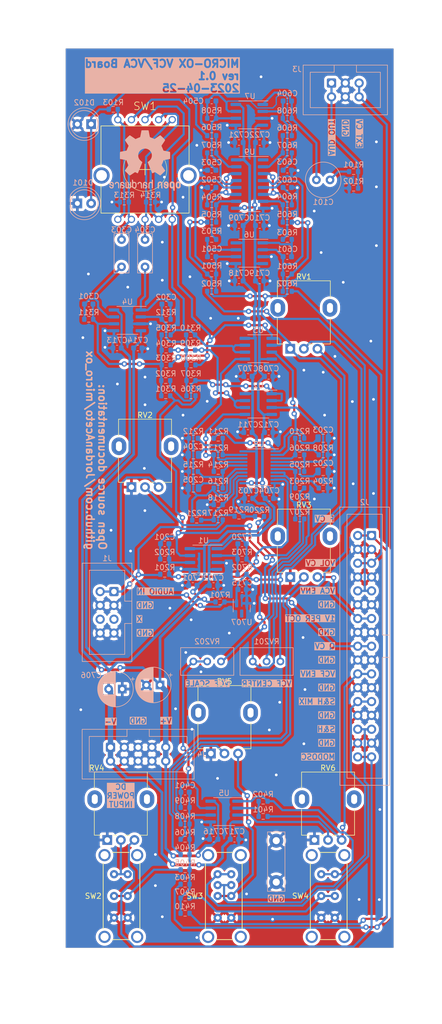
<source format=kicad_pcb>
(kicad_pcb (version 20221018) (generator pcbnew)
  (title_block (title "MICRO-OX VCF/VCA board") (date "2023-04-25") (rev "0.1") (comment 1 "creativecommons.org/licenses/by/4.0") (comment 2 "license: CC by 4.0") (comment 3 "Author: Jordan Aceto"))
  (layers (0 "F.Cu" signal) (31 "B.Cu" signal) (34 "B.Paste" user) (35 "F.Paste" user) (36 "B.SilkS" user "B.Silkscreen") (37 "F.SilkS" user "F.Silkscreen") (38 "B.Mask" user) (39 "F.Mask" user) (44 "Edge.Cuts" user))
  (net 0 "")
  (net 1 "/volume_VCA/SIGNAL_OUT")
  (net 2 "Net-(U1A--)")
  (net 3 "Net-(C202-Pad1)")
  (net 4 "/VCF_core/DRY")
  (net 5 "Net-(C203-Pad1)")
  (net 6 "GND")
  (net 7 "Net-(C204-Pad1)")
  (net 8 "Net-(C205-Pad1)")
  (net 9 "Net-(U4A--)")
  (net 10 "Net-(C301-Pad2)")
  (net 11 "Net-(U4B--)")
  (net 12 "Net-(C302-Pad2)")
  (net 13 "/HP")
  (net 14 "/BP")
  (net 15 "/VCF_CV_mixer/FM_MIX")
  (net 16 "Net-(U5B--)")
  (net 17 "Net-(U6A--)")
  (net 18 "Net-(U6B--)")
  (net 19 "/envelope_VCA/SIGNAL_OUT")
  (net 20 "Net-(U7A--)")
  (net 21 "Net-(C601-Pad2)")
  (net 22 "Net-(C502-Pad1)")
  (net 23 "Net-(C503-Pad1)")
  (net 24 "Net-(C602-Pad1)")
  (net 25 "Net-(C603-Pad1)")
  (net 26 "Net-(U7B--)")
  (net 27 "Net-(U1B--)")
  (net 28 "Net-(C501-Pad2)")
  (net 29 "/VCF_core/DRY_IN")
  (net 32 "Net-(R206-Pad2)")
  (net 33 "/1V_PER_OCT")
  (net 34 "/VCF_ENV")
  (net 35 "/FEEDBACK_CV")
  (net 36 "/VCA_ENV")
  (net 37 "/VOLUME_CV")
  (net 38 "/FINAL_AUDIO_OUT")
  (net 39 "/EXT_CV")
  (net 40 "Net-(R203-Pad2)")
  (net 41 "Net-(U2A-+)")
  (net 42 "Net-(R207-Pad1)")
  (net 43 "Net-(R209-Pad1)")
  (net 44 "Net-(U8E-EXPO_CTL)")
  (net 45 "Net-(U2B-+)")
  (net 46 "Net-(U3A-+)")
  (net 47 "Net-(R214-Pad2)")
  (net 48 "Net-(U3B-+)")
  (net 49 "Net-(R217-Pad2)")
  (net 50 "Net-(R219-Pad1)")
  (net 51 "Net-(R219-Pad2)")
  (net 52 "/VCF_core/LP1")
  (net 53 "/LP2")
  (net 54 "/VCF_core/LP3")
  (net 55 "/LP4")
  (net 56 "Net-(U5A--)")
  (net 57 "/VCF_CV_mixer/ENV_IN")
  (net 58 "Net-(R404-Pad2)")
  (net 59 "/VCF_CV_mixer/MO_OUT")
  (net 60 "Net-(R406-Pad2)")
  (net 61 "/VCF_CV_mixer/ENV_OUT")
  (net 62 "Net-(R408-Pad2)")
  (net 63 "Net-(R503-Pad2)")
  (net 64 "Net-(R504-Pad1)")
  (net 65 "/VCF")
  (net 66 "Net-(R603-Pad2)")
  (net 67 "Net-(R604-Pad1)")
  (net 68 "Net-(R606-Pad2)")
  (net 69 "-5V_REF")
  (net 70 "+5V_REF")
  (net 71 "/VCF_CV_mixer/MO_IN")
  (net 72 "/VCF_CV_mixer/SH_OUT")
  (net 73 "Net-(U5A-+)")
  (net 75 "+12V")
  (net 76 "-12V")
  (net 77 "/MOD_OSC")
  (net 78 "/S_AND_H_MIXER")
  (net 79 "/S_AND_H")
  (net 80 "Net-(R211-Pad2)")
  (net 81 "Net-(R506-Pad2)")
  (net 82 "Net-(C101-Pad2)")
  (net 83 "/envelope_VCA/SIGNAL_IN")
  (net 84 "/VCF_FREQ_CV")
  (footprint "custom_footprints:E-Switch_EG2201" (layer "F.Cu") (at 90.805 207.645)
    (fp_text reference "SW2")
    (fp_text value "E-Switch_EG2201B")
  )
  (footprint "custom_footprints:Potentiometer_Alpha_RD901F-40-00D_Single_Vertical" (layer "F.Cu") (at 121.96 107.195 90)
    (fp_text reference "RV1")
    (fp_text value "100k")
  )
  (footprint "custom_footprints:Potentiometer_Alpha_RD901F-40-00D_Single_Vertical" (layer "F.Cu") (at 126.405 197.365 90)
    (fp_text reference "RV6")
    (fp_text value "100k c.d.")
  )
  (footprint "custom_footprints:Potentiometer_Alpha_RD901F-40-00D_Single_Vertical" (layer "F.Cu") (at 92.75 132.595 90)
    (fp_text reference "RV2")
    (fp_text value "100k")
  )
  (footprint "custom_footprints:E-Switch_EG2201" (layer "F.Cu") (at 128.905 207.645)
    (fp_text reference "SW4")
    (fp_text value "E-Switch_EG2201B")
  )
  (footprint "custom_footprints:E-Switch_EG2301" (layer "F.Cu") (at 109.855 207.645)
    (fp_text reference "SW3")
    (fp_text value "E-Switch_EG2301")
  )
  (footprint "custom_footprints:Potentiometer_Alpha_RD901F-40-00D_Single_Vertical" (layer "F.Cu") (at 121.96 149.105 90)
    (fp_text reference "RV3")
    (fp_text value "100k")
  )
  (footprint "custom_footprints:Potentiometer_Alpha_RD901F-40-00D_Single_Vertical" (layer "F.Cu") (at 88.305 197.365 90)
    (fp_text reference "RV4")
    (fp_text value "100k")
  )
  (footprint "custom_footprints:Potentiometer_Alpha_RD901F-40-00D_Single_Vertical" (layer "F.Cu") (at 107.355 181.49 90)
    (fp_text reference "RV5")
    (fp_text value "100k")
  )
  (footprint "custom_footprints:SR1712F_rotary_switch" (layer "F.Cu") (at 95.25 74.295 180)
    (fp_text reference "SW1")
    (fp_text value "SR1712F-0204" hide)
  )
  (footprint "Resistor_SMD:R_0603_1608Metric" (layer "B.Cu") (at 112.522 137.922 180)
    (fp_text reference "R219")
    (fp_text value "20k")
  )
  (footprint "Resistor_SMD:R_0603_1608Metric" (layer "B.Cu") (at 113.093 145.796)
    (fp_text reference "R703")
    (fp_text value "100k")
  )
  (footprint "Capacitor_SMD:C_0603_1608Metric" (layer "B.Cu") (at 112.522 84.582 180)
    (fp_text reference "C709")
    (fp_text value "100n")
  )
  (footprint "Capacitor_THT:C_Rect_L7.0mm_W2.5mm_P5.00mm" (layer "B.Cu") (at 95.25 92.162 90)
    (fp_text reference "C304")
    (fp_text value "220n")
  )
  (footprint "Resistor_SMD:R_0603_1608Metric" (layer "B.Cu") (at 104.14 123.617893 180)
    (fp_text reference "R212")
    (fp_text value "200")
  )
  (footprint "Capacitor_SMD:C_0603_1608Metric" (layer "B.Cu") (at 114.173 122.555 180)
    (fp_text reference "C711")
    (fp_text value "100n")
  )
  (footprint "Resistor_SMD:R_0603_1608Metric" (layer "B.Cu") (at 107.507 71.247 180)
    (fp_text reference "R507")
    (fp_text value "270")
  )
  (footprint "Capacitor_SMD:C_0603_1608Metric" (layer "B.Cu") (at 117.983 112.268 180)
    (fp_text reference "C708")
    (fp_text value "100n")
  )
  (footprint "Capacitor_SMD:C_0603_1608Metric" (layer "B.Cu") (at 107.507 77.597 180)
    (fp_text reference "C502")
    (fp_text value "1n")
  )
  (footprint "Resistor_SMD:R_0603_1608Metric" (layer "B.Cu") (at 107.507 93.472)
    (fp_text reference "R501")
    (fp_text value "10M")
  )
  (footprint "Resistor_SMD:R_0603_1608Metric" (layer "B.Cu") (at 121.412 96.647 180)
    (fp_text reference "R602")
    (fp_text value "51k")
  )
  (footprint "Capacitor_SMD:C_0805_2012Metric" (layer "B.Cu") (at 104.14 126.665893 180)
    (fp_text reference "C204")
    (fp_text value "1n C0G")
  )
  (footprint "Resistor_SMD:R_0603_1608Metric" (layer "B.Cu") (at 116.97 193.04 180)
    (fp_text reference "R401")
    (fp_text value "100k")
  )
  (footprint "LED_THT:LED_D5.0mm" (layer "B.Cu") (at 85.344 65.9638 180)
    (fp_text reference "D102")
    (fp_text value "LED")
  )
  (footprint "Resistor_SMD:R_0603_1608Metric" (layer "B.Cu") (at 103.697 113.03 180)
    (fp_text reference "R307")
    (fp_text value "30k")
  )
  (footprint "Resistor_SMD:R_0603_1608Metric" (layer "B.Cu") (at 98.869 145.796 180)
    (fp_text reference "R202")
    (fp_text value "15k")
  )
  (footprint "Capacitor_SMD:C_0603_1608Metric" (layer "B.Cu") (at 98.869 143.002 180)
    (fp_text reference "C201")
    (fp_text value "100p")
  )
  (footprint "Resistor_SMD:R_0603_1608Metric" (layer "B.Cu") (at 108.712 138.603893 180)
    (fp_text reference "R217")
    (fp_text value "18k")
  )
  (footprint "Capacitor_SMD:C_0603_1608Metric" (layer "B.Cu") (at 113.093 143.002)
    (fp_text reference "C720")
    (fp_text value "100n")
  )
  (footprint "Resistor_SMD:R_0603_1608Metric" (layer "B.Cu") (at 102.616 210.82)
    (fp_text reference "R410")
    (fp_text value "22k")
  )
  (footprint "Resistor_SMD:R_0603_1608Metric" (layer "B.Cu") (at 107.507 68.072)
    (fp_text reference "R506")
    (fp_text value "30k")
  )
  (footprint "Capacitor_SMD:C_0603_1608Metric" (layer "B.Cu") (at 107.507 74.422 180)
    (fp_text reference "C503")
    (fp_text value "1n")
  )
  (footprint "Resistor_SMD:R_0603_1608Metric" (layer "B.Cu") (at 121.412 80.772)
    (fp_text reference "R604")
    (fp_text value "270")
  )
  (footprint "Package_SO:SOIC-8_3.9x4.9mm_P1.27mm" (layer "B.Cu") (at 114.427 89.662 180)
    (fp_text reference "U6")
    (fp_text value "TL072")
  )
  (footprint "Resistor_SMD:R_0603_1608Metric" (layer "B.Cu") (at 121.412 83.947 180)
    (fp_text reference "R605")
    (fp_text value "100k")
  )
  (footprint "Resistor_SMD:R_0603_1608Metric" (layer "B.Cu") (at 121.412 68.072 180)
    (fp_text reference "R606")
    (fp_text value "30k")
  )
  (footprint "Capacitor_SMD:C_0603_1608Metric" (layer "B.Cu") (at 93.918 107.061 180)
    (fp_text reference "C714")
    (fp_text value "100n")
  )
  (footprint "Capacitor_SMD:C_0603_1608Metric" (layer "B.Cu") (at 121.412 74.422)
    (fp_text reference "C603")
    (fp_text value "1n")
  )
  (footprint "Resistor_SMD:R_0603_1608Metric" (layer "B.Cu") (at 123.698 135.636 180)
    (fp_text reference "R209")
    (fp_text value "100k")
  )
  (footprint "Resistor_SMD:R_0603_1608Metric" (layer "B.Cu") (at 108.712 123.617893)
    (fp_text reference "R211")
    (fp_text value "15k")
  )
  (footprint "LED_THT:LED_D5.0mm" (layer "B.Cu") (at 82.804 80.518)
    (fp_text reference "D101")
    (fp_text value "LED")
  )
  (footprint "Resistor_SMD:R_0603_1608Metric" (layer "B.Cu") (at 98.869 148.59)
    (fp_text reference "R201")
    (fp_text value "15k")
  )
  (footprint "Package_TO_SOT_SMD:SOT-23" (layer "B.Cu") (at 113.027 154.8615 -90)
    (fp_text reference "U707")
    (fp_text value "LM4040DBZ-5")
  )
  (footprint "Resistor_SMD:R_0603_1608Metric" (layer "B.Cu") (at 102.616 197.231 180)
    (fp_text reference "R406")
    (fp_text value "100k")
  )
  (footprint "Package_SO:TSSOP-20_4.4x6.5mm_P0.65mm" (layer "B.Cu") (at 116.205 128.951893 180)
    (fp_text reference "U8")
    (fp_text value "SSI2140")
  )
  (footprint "Resistor_SMD:R_0603_1608Metric" (layer "B.Cu") (at 108.712 126.665893 180)
    (fp_text reference "R213")
    (fp_text value "15k")
  )
  (footprint "Capacitor_SMD:C_0603_1608Metric" (layer "B.Cu") (at 121.412 77.597)
    (fp_text reference "C602")
    (fp_text value "1n")
  )
  (footprint "Package_SO:SOIC-8_3.9x4.9mm_P1.27mm" (layer "B.Cu") (at 116.078 107.188 180)
    (fp_text reference "U3")
    (fp_text value "TL072")
  )
  (footprint "Resistor_SMD:R_0603_1608Metric" (layer "B.Cu") (at 107.507 83.947)
    (fp_text reference "R505")
    (fp_text value "100k")
  )
  (footprint "Capacitor_SMD:C_0603_1608Metric" (layer "B.Cu") (at 112.522 94.742 180)
    (fp_text reference "C718")
    (fp_text value "100n")
  )
  (footprint "Package_SO:SOIC-16_3.9x9.9mm_P1.27mm" (layer "B.Cu") (at 114.492 76.962 180)
    (fp_text reference "U9")
    (fp_text value "SSI2164")
  )
  (footprint "custom_footprints:6_pin_IDC-Header" (layer "B.Cu") (at 129.54 58.42 -90)
    (fp_text reference "J3")
    (fp_text value "VCF_EXT_CON")
  )
  (footprint "Resistor_SMD:R_0603_1608Metric" (layer "B.Cu") (at 121.412 93.472 180)
    (fp_text reference "R601")
    (fp_text value "10M")
  )
  (footprint "custom_footprints:34_pin_IDC_header" (layer "B.Cu") (at 136.906 141.478 180)
    (fp_text reference "J2")
    (fp_text value "MOD_BOARD_CON")
  )
  (footprint "Capacitor_SMD:C_0603_1608Metric" (layer "B.Cu") (at 121.412 90.297)
    (fp_text reference "C601")
    (fp_text value "100p")
  )
  (footprint "Resistor_SMD:R_0603_1608Metric" (layer "B.Cu") (at 133.604 77.724 180)
    (fp_text reference "R102")
    (fp_text value "100k")
  )
  (footprint "Resistor_SMD:R_0603_1608Metric" (layer "B.Cu") (at 107.507 64.897 180)
    (fp_text reference "R508")
    (fp_text value "30k")
  )
  (footprint "Capacitor_SMD:C_0603_1608Metric" (layer "B.Cu") (at 117.983 122.555 180)
    (fp_text reference "C712")
    (fp_text value "100n")
  )
  (footprint "Package_SO:SOIC-8_3.9x4.9mm_P1.27mm" (layer "B.Cu") (at 114.427 64.262 180)
    (fp_text reference "U7")
    (fp_text value "TL072")
  )
  (footprint "Resistor_SMD:R_0603_1608Metric" (layer "B.Cu") (at 108.712 132.761893 180)
    (fp_text reference "R216")
    (fp_text value "15k")
  )
  (footprint "Potentiometer_THT:Potentiometer_Bourns_3296W_Vertical" (layer "B.Cu") (at 104.14 164.592 180)
    (fp_text reference "RV202")
    (fp_text value "5k")
  )
  (footprint "Package_SO:SOIC-8_3.9x4.9mm_P1.27mm" (layer "B.Cu") (at 92.013 101.981 180)
    (fp_text reference "U4")
    (fp_text value "TL072")
  )
  (footprint "Capacitor_SMD:C_0603_1608Metric" (layer "B.Cu") (at 107.507 61.722 180)
    (fp_text reference "C504")
    (fp_text value "100p")
  )
  (footprint "Resistor_SMD:R_0603_1608Metric" (layer "B.Cu") (at 102.616 205.486 180)
    (fp_text reference "R403")
    (fp_text value "100k")
  )
  (footprint "Resistor_SMD:R_0603_1608Metric" (layer "B.Cu") (at 121.412 71.247)
    (fp_text reference "R607")
    (fp_text value "270")
  )
  (footprint "Resistor_SMD:R_0603_1608Metric" (layer "B.Cu") (at 107.507 96.647)
    (fp_text reference "R502")
    (fp_text value "51k")
  )
  (footprint "Resistor_SMD:R_0603_1608Metric" (layer "B.Cu") (at 103.697 115.824 180)
    (fp_text reference "R306")
    (fp_text value "DNP")
  )
  (footprint "Potentiometer_THT:Potentiometer_Bourns_3296W_Vertical" (layer "B.Cu") (at 115.062 164.592 180)
    (fp_text reference "RV201")
    (fp_text value "100k")
  )
  (footprint "Capacitor_SMD:C_0603_1608Metric" (layer "B.Cu") (at 114.3 134.666893 180)
    (fp_text reference "C703")
    (fp_text value "100n")
  )
  (footprint "Resistor_SMD:R_0603_1608Metric" (layer "B.Cu") (at 102.616 200.025 180)
    (fp_text reference "R404")
    (fp_text value "100k")
  )
  (footprint "Resistor_SMD:R_0603_1608Metric" (layer "B.Cu") (at 99.125 101.785)
    (fp_text reference "R312")
    (fp_text value "30k")
  )
  (footprint "Capacitor_SMD:C_0805_2012Metric" (layer "B.Cu") (at 128.016 129.713893)
    (fp_text reference "C202")
    (fp_text value "1n C0G")
  )
  (footprint "Capacitor_SMD:C_0805_2012Metric" (layer "B.Cu") (at 104.14 132.761893 180)
    (fp_text reference "C205")
    (fp_text value "1n C0G")
  )
  (footprint "Resistor_SMD:R_0603_1608Metric" (layer "B.Cu") (at 133.604 74.676)
    (fp_text reference "R101")
    (fp_text value "1k")
  )
  (footprint "Resistor_SMD:R_0603_1608Metric" (layer "B.Cu") (at 123.698 132.761893 180)
    (fp_text reference "R203")
    (fp_text value "15k")
  )
  (footprint "Resistor_SMD:R_0603_1608Metric" (layer "B.Cu") (at 123.698 123.617893)
    (fp_text reference "R210")
    (fp_text value "15k")
  )
  (footprint "Resistor_SMD:R_0603_1608Metric" (layer "B.Cu") (at 102.616 208.026)
    (fp_text reference "R407")
    (fp_text value "22k")
  )
  (footprint "Resistor_SMD:R_0603_1608Metric" (layer "B.Cu") (at 102.616 194.437 180)
    (fp_text reference "R408")
    (fp_text value "100k")
  )
  (footprint "Resistor_SMD:R_0603_1608Metric" (layer "B.Cu") (at 108.712 129.713893)
    (fp_text reference "R214")
    (fp_text value "15k")
  )
  (footprint "Resistor_SMD:R_0603_1608Metric" (layer "B.Cu") (at 123.698 129.713893)
    (fp_text reference "R205")
    (fp_text value "15k")
  )
  (footprint "Capacitor_SMD:C_0603_1608Metric" (layer "B.Cu") (at 116.332 84.582 180)
    (fp_text reference "C710")
    (fp_text value "100n")
  )
  (footprint "Capacitor_SMD:C_0603_1608Metric" (layer "B.Cu") (at 102.616 188.595)
    (fp_text reference "C401")
    (fp_text value "100p")
  )
  (footprint "Resistor_SMD:R_0603_1608Metric" (layer "B.Cu") (at 123.698 138.43 180)
    (fp_text reference "R207")
    (fp_text value "47k")
  )
  (footprint "Capacitor_SMD:C_0805_2012Metric" (layer "B.Cu") (at 128.016 123.617893)
    (fp_text reference "C203")
    (fp_text value "1n C0G")
  )
  (footprint "Capacitor_SMD:C_0603_1608Metric" (layer "B.Cu") (at 111.698 197.231 180)
    (fp_text reference "C717")
    (fp_text value "100n")
  )
  (footprint "Capacitor_SMD:C_0603_1608Metric" (layer "B.Cu") (at 121.412 61.722)
    (fp_text reference "C604")
    (fp_text value "100p")
  )
  (footprint "TestPoint:TestPoint_Bridge_Pitch7.62mm_Drill1.3mm" (layer "B.Cu") (at 119.38 197.485 -90)
    (fp_text reference "TP703" hide)
    (fp_text value "GND")
  )
  (footprint "Resistor_SMD:R_0603_1608Metric" (layer "B.Cu") (at 116.97 190.246)
    (fp_text reference "R402")
    (fp_text value "100k")
  )
  (footprint "Resistor_SMD:R_0603_1608Metric" (layer "B.Cu") (at 113.093 148.59)
    (fp_text reference "R702")
    (fp_text value "100k")
  )
  (footprint "Resistor_SMD:R_0603_1608Metric" (layer "B.Cu") (at 116.3066 137.9728)
    (fp_text reference "R220")
    (fp_text value "12k")
  )
  (footprint "Resistor_SMD:R_0603_1608Metric" (layer "B.Cu") (at 91.44 80.264 180)
    (fp_text reference "R313")
    (fp_text value "100k")
  )
  (footprint "Resistor_SMD:R_0603_1608Metric" (layer "B.Cu") (at 102.616 202.819 180)
    (fp_text reference "R405")
    (fp_text value "100k")
  )
  (footprint "Capacitor_SMD:C_0603_1608Metric" (layer "B.Cu") (at 104.0385 150.656 180)
    (fp_text reference "C701")
    (fp_text value "100n")
  )
  (footprint "Package_SO:SOIC-8_3.9x4.9mm_P1.27mm" (layer "B.Cu") (at 116.078 117.348 180)
    (fp_text reference "U2")
    (fp_text value "TL072")
  )
  (footprint "Resistor_SMD:R_0603_1608Metric" (layer "B.Cu") (at 99.125 104.648 180)
    (fp_text reference "R305")
    (fp_text value "DNP")
  )
  (footprint "Resistor_SMD:R_0603_1608Metric" (layer "B.Cu") (at 107.507 87.122)
    (fp_text reference "R503")
    (fp_text value "4k7")
  )
  (footprint "Capacitor_SMD:C_0603_1608Metric" (layer "B.Cu") (at 84.901 98.991 180)
    (fp_text reference "C301")
    (fp_text value "100p")
  )
  (footprint "Capacitor_THT:CP_Radial_D6.3mm_P2.50mm" (layer "B.Cu") (at 98.004 168.91 180)
    (fp_text reference "C705" hide)
    (fp_text value "10u")
  )
  (footprint "Capacitor_SMD:C_0603_1608Metric" (layer "B.Cu") (at 107.507 90.297 180)
    (fp_text reference "C501")
    (fp_text value "100p")
  )
  (footprint "Capacitor_SMD:C_0603_1608Metric" (layer "B.Cu") (at 99.125 98.991)
    (fp_text reference "C302")
    (fp_text value "100p")
  )
  (footprint "Resistor_SMD:R_0603_1608Metric" (layer "B.Cu") (at 99.125 110.167 180)
    (fp_text reference "R303")
    (fp_text value "10k")
  )
  (footprint "Resistor_SMD:R_0603_1608Metric" (layer "B.Cu") (at 99.06 115.824 180)
    (fp_text reference "R301")
    (fp_text value "30k")
  )
  (footprint "Capacitor_SMD:C_0603_1608Metric" (layer "B.Cu") (at 113.093 151.384)
    (fp_text reference "C715")
    (fp_text value "100n")
  )
  (footprint "custom_footprints:10_pin_IDC-Header" (layer "B.Cu") (at 88.9 180.34 -90)
    (fp_text reference "J4")
    (fp_text value "power_entry")
  )
  (footprint "Resistor_SMD:R_0603_1608Metric" (layer "B.Cu") (at 103.697 110.167 180)
    (fp_text reference "R308")
    (fp_text value "30k")
  )
  (footprint "Capacitor_SMD:C_0603_1608Metric" (layer "B.Cu") (at 116.332 94.742 180)
    (fp_text reference "C719")
    (fp_text value "100n")
  )
  (footprint "Capacitor_SMD:C_0603_1608Metric" (layer "B.Cu") (at 107.8485 150.656 180)
    (fp_text reference "C702")
    (fp_text value "100n")
  )
  (footprint "Resistor_SMD:R_0603_1608Metric" (layer "B.Cu") (at 89.408 63.246 180)
    (fp_text reference "R103")
    (fp_text value "1k")
  )
  (footprint "Capacitor_SMD:C_0603_1608Metric" (layer "B.Cu") (at 90.108 107.061 180)
    (fp_text reference "C713")
    (fp_text value "100n")
  )
  (footprint "Resistor_SMD:R_0603_1608Metric" (layer "B.Cu") (at 96.266 80.264)
    (fp_text reference "R314")
    (fp_text value "100k")
  )
  (footprint "Symbol:OSHW-Logo2_14.6x12mm_SilkScreen" (layer "B.Cu") (at 95.25 72.644 180)
    (fp_text reference "REF**" hide)
    (fp_text value "OSHW-Logo2_14.6x12mm_SilkScreen" hide)
  )
  (footprint "Resistor_SMD:R_0603_1608Metric" (layer "B.Cu") (at 123.698 126.665893 180)
    (fp_text reference "R206")
    (fp_text value "15k")
  )
  (footprint "Resistor_SMD:R_0603_1608Metric" (layer "B.Cu") (at 103.632 104.648 180)
    (fp_text reference "R310")
    (fp_text value "DNP")
  )
  (footprint "custom_footprints:8_pin_IDC-Header" (layer "B.Cu") (at 89.535 151.765 180)
    (fp_text reference "J1")
    (fp_text value "VCO_BOARD_CON")
  )
  (footprint "Resistor_SMD:R_0603_1608Metric" (layer "B.Cu") (at 107.507 80.772 180)
    (fp_text reference "R504")
    (fp_text value "270")
  )
  (footprint "Resistor_SMD:R_0603_1608Metric" (layer "B.Cu") (at 99.125 107.442 180)
    (fp_text reference "R304")
    (fp_text value "30k")
  )
  (footprint "Capacitor_THT:CP_Radial_D6.3mm_P2.50mm" (layer "B.Cu") (at 91.059 169.6625 180)
    (fp_text reference "C706")
    (fp_text value "10u")
  )
  (footprint "Resistor_SMD:R_0603_1608Metric" (layer "B.Cu") (at 128.016 126.665893)
    (fp_text reference "R208")
    (fp_text value "200")
  )
  (footprint "Resistor_SMD:R_0603_1608Metric" (layer "B.Cu") (at 84.901 101.785 180)
    (fp_text reference "R311")
    (fp_text value "18k")
  )
  (footprint "Resistor_SMD:R_0603_1608Metric" (layer "B.Cu") (at 104.14 129.713893 180)
    (fp_text reference "R215")
    (fp_text value "200")
  )
  (footprint "Resistor_SMD:R_0603_1608Metric" (layer "B.Cu") (at 128.016 132.761893)
    (fp_text reference "R204")
    (fp_text value "200")
  )
  (footprint "Resistor_SMD:R_0603_1608Metric" (layer "B.Cu") (at 121.412 64.897)
    (fp_text reference "R608")
    (fp_text value "30k")
  )
  (footprint "Resistor_SMD:R_0603_1608Metric" (layer "B.Cu") (at 99.06 113.03 180)
    (fp_text reference "R302")
    (fp_text value "10k")
  )
  (footprint "Capacitor_THT:C_Radial_D6.3mm_H7.0mm_P2.50mm" (layer "B.Cu") (at 126.766 76.2)
    (fp_text reference "C101")
    (fp_text value "10u BP")
  )
  (footprint "Resistor_SMD:R_0603_1608Metric" (layer "B.Cu") (at 108.712 135.809893 180)
    (fp_text reference "R218")
    (fp_text value "1k")
  )
  (footprint "Resistor_SMD:R_0603_1608Metric" (layer "B.Cu") (at 103.632 107.442 180)
    (fp_text reference "R309")
    (fp_text value "DNP")
  )
  (footprint "Package_SO:SOIC-8_3.9x4.9mm_P1.27mm" (layer "B.Cu") (at 105.981 145.796 180)
    (fp_text reference "U1")
    (fp_text value "TL072")
  )
  (footprint "Capacitor_SMD:C_0603_1608Metric" (layer "B.Cu") (at 112.522 69.342 180)
    (fp_text reference "C721")
    (fp_text value "100n")
  )
  (footprint "Capacitor_THT:C_Rect_L7.0mm_W2.5mm_P5.00mm" (layer "B.Cu") (at 90.932 92.162 90)
    (fp_text reference "C303")
    (fp_text value "220n")
  )
  (footprint "Capacitor_SMD:C_0603_1608Metric" (layer "B.Cu") (at 116.332 69.342 180)
    (fp_text reference "C722")
    (fp_text value "100n")
  )
  (footprint "Capacitor_SMD:C_0603_1608Metric" (layer "B.Cu") (at 107.888 197.231 180)
    (fp_text reference "C716")
    (fp_text value "100n")
  )
  (footprint "Package_SO:SOIC-8_3.9x4.9mm_P1.27mm" (layer "B.Cu") (at 109.793 192.151 180)
    (fp_text reference "U5")
    (fp_text value "TL072")
  )
  (footprint "Resistor_SMD:R_0603_1608Metric" (layer "B.Cu") (at 121.412 87.122 180)
    (fp_text reference "R603")
    (fp_text value "4k7")
  )
  (footprint "Resistor_SMD:R_0603_1608Metric" (layer "B.Cu") (at 109.029 153.67)
    (fp_text reference "R701")
    (fp_text value "2k7")
  )
  (footprint "Resistor_SMD:R_0603_1608Metric" (layer "B.Cu") (at 104.7496 138.6586)
    (fp_text reference "R221")
    (fp_text value "7k5")
  )
  (footprint "Capacitor_SMD:C_0603_1608Metric" (layer "B.Cu") (at 118.11 134.666893 180)
    (fp_text reference "C704")
    (fp_text value "100n")
  )
  (footprint "Resistor_SMD:R_0603_1608Metric" (layer "B.Cu") (at 102.616 191.389)
    (fp_text reference "R409")
    (fp_text value "100k")
  )
  (footprint "Capacitor_SMD:C_0603_1608Metric" (layer "B.Cu") (at 114.173 112.268 180)
    (fp_text reference "C707")
    (fp_text value "100n")
  )
  (gr_rect (start 80.645 52.07) (end 140.97 217.17) (stroke (width 0.05)) (fill none) (layer "Edge.Cuts"))
  (gr_text "EXT CV" (at 134.62 65.024 270) (layer "B.SilkS" knockout) (effects (font (size 1 1) (thickness 0.2) bold) (justify right mirror)))
  (gr_text "GND" (at 130.302 164.338) (layer "B.SilkS" knockout) (effects (font (size 1 1) (thickness 0.2) bold) (justify left mirror)))
  (gr_text "GND" (at 130.302 159.258) (layer "B.SilkS" knockout) (effects (font (size 1 1) (thickness 0.2) bold) (justify left mirror)))
  (gr_text "GND" (at 130.302 174.498) (layer "B.SilkS" knockout) (effects (font (size 1 1) (thickness 0.2) bold) (justify left mirror)))
  (gr_text "V+" (at 99.06 175.5045) (layer "B.SilkS" knockout) (effects (font (size 1 1) (thickness 0.2) bold) (justify mirror)))
  (gr_text "F CV" (at 130.175 138.43) (layer "B.SilkS" knockout) (effects (font (size 1 1) (thickness 0.2) bold) (justify left mirror)))
  (gr_text "MODOSC" (at 130.302 182.118) (layer "B.SilkS" knockout) (effects (font (size 1 1) (thickness 0.2) bold) (justify left mirror)))
  (gr_text "GND" (at 93.98 175.5045) (layer "B.SilkS" knockout) (effects (font (size 1 1) (thickness 0.2) bold) (justify mirror)))
  (gr_text "Open source documentation:\ngithub.com/JordanAceto/micro_ox" (at 84.328 144.272 270) (layer "B.SilkS") (effects (font (size 1.4 1.4) (thickness 0.3) bold) (justify left bottom mirror)))
  (gr_text "V-" (at 88.9 175.66) (layer "B.SilkS" knockout) (effects (font (size 1 1) (thickness 0.2) bold) (justify mirror)))
  (gr_text "X" (at 93.599 156.845) (layer "B.SilkS" knockout) (effects (font (size 1 1) (thickness 0.2) bold) (justify right mirror)))
  (gr_text "VCF SCALE" (at 106.69 168.656) (layer "B.SilkS" knockout) (effects (font (size 1 1) (thickness 0.2) bold) (justify mirror)))
  (gr_text "S&H" (at 130.302 177.038) (layer "B.SilkS" knockout) (effects (font (size 1 1) (thickness 0.2) bold) (justify left mirror)))
  (gr_text "VOL CV" (at 130.302 146.558) (layer "B.SilkS" knockout) (effects (font (size 1 1) (thickness 0.2) bold) (justify left mirror)))
  (gr_text "AUD OUT" (at 129.54 65.024 270) (layer "B.SilkS" knockout) (effects (font (size 1 1) (thickness 0.2) bold) (justify right mirror)))
  (gr_text "VCF CENTER" (at 117.612 168.656) (layer "B.SilkS" knockout) (effects (font (size 1 1) (thickness 0.2) bold) (justify mirror)))
  (gr_text "VCF ENV" (at 130.302 166.878) (layer "B.SilkS" knockout) (effects (font (size 1 1) (thickness 0.2) bold) (justify left mirror)))
  (gr_text "GND" (at 130.302 179.578) (layer "B.SilkS" knockout) (effects (font (size 1 1) (thickness 0.2) bold) (justify left mirror)))
  (gr_text "GND" (at 93.599 154.305) (layer "B.SilkS" knockout) (effects (font (size 1 1) (thickness 0.2) bold) (justify right mirror)))
  (gr_text "S&H MIX" (at 130.302 171.958) (layer "B.SilkS" knockout) (effects (font (size 1 1) (thickness 0.2) bold) (justify left mirror)))
  (gr_text "Q CV" (at 130.302 161.798) (layer "B.SilkS" knockout) (effects (font (size 1 1) (thickness 0.2) bold) (justify left mirror)))
  (gr_text "VCA ENV" (at 130.302 151.638) (layer "B.SilkS" knockout) (effects (font (size 1 1) (thickness 0.2) bold) (justify left mirror)))
  (gr_text "GND" (at 130.302 169.418) (layer "B.SilkS" knockout) (effects (font (size 1 1) (thickness 0.2) bold) (justify left mirror)))
  (gr_text "GND" (at 93.599 159.385) (layer "B.SilkS" knockout) (effects (font (size 1 1) (thickness 0.2) bold) (justify right mirror)))
  (gr_text "DC\nPOWER\nINPUT" (at 90.805 189.23) (layer "B.SilkS" knockout) (effects (font (size 1 1) (thickness 0.2) bold) (justify mirror)))
  (gr_text "1V PER OCT" (at 130.302 156.718) (layer "B.SilkS" knockout) (effects (font (size 1 1) (thickness 0.2) bold) (justify left mirror)))
  (gr_text "GND" (at 132.08 65.024 270) (layer "B.SilkS" knockout) (effects (font (size 1 1) (thickness 0.2) bold) (justify right mirror)))
  (gr_text "GND" (at 119.38 208.153) (layer "B.SilkS" knockout) (effects (font (size 1 1) (thickness 0.2) bold) (justify mirror)))
  (gr_text "GND" (at 130.302 154.178) (layer "B.SilkS" knockout) (effects (font (size 1 1) (thickness 0.2) bold) (justify left mirror)))
  (gr_text "MICRO-OX VCF/VCA Board\nrev 0.1\n2023-04-25" (at 112.776 60.198) (layer "B.SilkS" knockout) (effects (font (size 1.4 1.4) (thickness 0.35) bold) (justify left bottom mirror)))
  (gr_text "AUDIO IN" (at 93.599 151.765) (layer "B.SilkS" knockout) (effects (font (size 1 1) (thickness 0.2) bold) (justify right mirror)))
  (segment (start 126.766 69.426) (end 126.766 76.2) (width 0.4) (layer "B.Cu") (net 1))
  (segment (start 121.248255 60.181499) (end 121.936501 60.869746) (width 0.4) (layer "B.Cu") (net 1))
  (segment (start 122.237 61.772) (end 122.187 61.722) (width 0.4) (layer "B.Cu") (net 1))
  (segment (start 121.936501 61.471501) (end 122.187 61.722) (width 0.4) (layer "B.Cu") (net 1))
  (segment (start 122.237 64.897) (end 122.237 61.772) (width 0.4) (layer "B.Cu") (net 1))
  (segment (start 119.077501 60.181499) (end 121.248255 60.181499) (width 0.4) (layer "B.Cu") (net 1))
  (segment (start 116.902 62.357) (end 119.077501 60.181499) (width 0.4) (layer "B.Cu") (net 1))
  (segment (start 121.936501 60.869746) (end 121.936501 61.471501) (width 0.4) (layer "B.Cu") (net 1))
  (segment (start 122.237 64.897) (end 126.766 69.426) (width 0.4) (layer "B.Cu") (net 1))
  (segment (start 108.456 145.161) (end 112.141 145.161) (width 0.4) (layer "B.Cu") (net 2))
  (segment (start 112.141 145.161) (end 112.268 145.034) (width 0.4) (layer "B.Cu") (net 2))
  (segment (start 112.268 148.59) (end 112.268 145.034) (width 0.4) (layer "B.Cu") (net 2))
  (segment (start 112.268 143.052) (end 112.318 143.002) (width 0.4) (layer "B.Cu") (net 2))
  (segment (start 112.268 145.034) (end 112.268 143.052) (width 0.4) (layer "B.Cu") (net 2))
  (segment (start 124.074472 130.588893) (end 126.191 130.588893) (width 0.4) (layer "B.Cu") (net 3))
  (segment (start 123.119 128.626893) (end 123.723 129.230893) (width 0.4) (layer "B.Cu") (net 3))
  (segment (start 123.723 129.230893) (end 123.723 130.237421) (width 0.4) (layer "B.Cu") (net 3))
  (segment (start 123.723 130.237421) (end 124.074472 130.588893) (width 0.4) (layer "B.Cu") (net 3))
  (segment (start 119.0675 128.626893) (end 123.119 128.626893) (width 0.4) (layer "B.Cu") (net 3))
  (segment (start 126.191 130.588893) (end 127.066 129.713893) (width 0.4) (layer "B.Cu") (net 3))
  (segment (start 102.1334 140.2334) (end 101.3714 140.9954) (width 0.4) (layer "F.Cu") (net 4))
  (segment (start 114.49358 139.7) (end 114.49358 142.43358) (width 0.4) (layer "F.Cu") (net 4))
  (segment (start 114.49358 142.43358) (end 117.577643 145.517643) (width 0.4) (layer "F.Cu") (net 4))
  (segment (start 102.1334 138.2014) (end 102.1334 140.2334) (width 0.4) (layer "F.Cu") (net 4))
  (via (at 102.1334 138.2014) (size 1) (drill 0.5) (layers "F.Cu" "B.Cu") (net 4))
  (via (at 117.577643 145.517643) (size 1) (drill 0.5) (layers "F.Cu" "B.Cu") (net 4))
  (via (at 101.3714 140.9954) (size 1) (drill 0.5) (layers "F.Cu" "B.Cu") (net 4))
  (via (at 114.49358 139.7) (size 1) (drill 0.5) (layers "F.Cu" "B.Cu") (net 4))
  (segment (start 101.092 141.2748) (end 101.3714 140.9954) (width 0.4) (layer "B.Cu") (net 4))
  (segment (start 101.727 145.161) (end 101.092 144.526) (width 0.4) (layer "B.Cu") (net 4))
  (segment (start 98.044 143.052) (end 98.094 143.002) (width 0.4) (layer "B.Cu") (net 4))
  (segment (start 98.044 119.415) (end 98.044 126.746) (width 0.4) (layer "B.Cu") (net 4))
  (segment (start 109.0168 140.9954) (end 101.3714 140.9954) (width 0.4) (layer "B.Cu") (net 4))
  (segment (start 118.009944 145.085342) (end 117.577643 145.517643) (width 0.4) (layer "B.Cu") (net 4))
  (segment (start 101.092 144.526) (end 101.092 143.002) (width 0.4) (layer "B.Cu") (net 4))
  (segment (start 98.044 145.796) (end 98.044 143.052) (width 0.4) (layer "B.Cu") (net 4))
  (segment (start 101.092 143.002) (end 101.092 142.2146) (width 0.4) (layer "B.Cu") (net 4))
  (segment (start 100.965 137.033) (end 102.1334 138.2014) (width 0.4) (layer "B.Cu") (net 4))
  (segment (start 104.522 115.824) (end 104.522 116.543822) (width 0.4) (layer "B.Cu") (net 4))
  (segment (start 103.506 145.161) (end 101.727 145.161) (width 0.4) (layer "B.Cu") (net 4))
  (segment (start 124.523 132.761893) (end 123.723 133.561893) (width 0.4) (layer "B.Cu") (net 4))
  (segment (start 104.522 116.543822) (end 103.626321 117.439501) (width 0.4) (layer "B.Cu") (net 4))
  (segment (start 100.5078 141.6304) (end 99.1616 141.6304) (width 0.4) (layer "B.Cu") (net 4))
  (segment (start 100.965 129.667) (end 100.965 137.033) (width 0.4) (layer "B.Cu") (net 4))
  (segment (start 101.3828 116.699) (end 100.76 116.699) (width 0.4) (layer "B.Cu") (net 4))
  (segment (start 100.76 116.699) (end 98.044 119.415) (width 0.4) (layer "B.Cu") (net 4))
  (segment (start 98.094 142.698) (end 98.094 143.002) (width 0.4) (layer "B.Cu") (net 4))
  (segment (start 102.123301 117.439501) (end 101.3828 116.699) (width 0.4) (layer "B.Cu") (net 4))
  (segment (start 121.233658 145.085342) (end 118.009944 145.085342) (width 0.4) (layer "B.Cu") (net 4))
  (segment (start 100.76 116.699) (end 99.885 115.824) (width 0.4) (layer "B.Cu") (net 4))
  (segment (start 123.723 142.596) (end 121.233658 145.085342) (width 0.4) (layer "B.Cu") (net 4))
  (segment (start 99.1616 141.6304) (end 98.094 142.698) (width 0.4) (layer "B.Cu") (net 4))
  (segment (start 110.3122 139.7) (end 109.0168 140.9954) (width 0.4) (layer "B.Cu") (net 4))
  (segment (start 114.49358 139.7) (end 110.3122 139.7) (width 0.4) (layer "B.Cu") (net 4))
  (segment (start 103.626321 117.439501) (end 102.123301 117.439501) (width 0.4) (layer "B.Cu") (net 4))
  (segment (start 101.092 143.002) (end 101.092 141.2748) (width 0.4) (layer "B.Cu") (net 4))
  (segment (start 98.044 126.746) (end 100.965 129.667) (width 0.4) (layer "B.Cu") (net 4))
  (segment (start 123.723 133.561893) (end 123.723 142.596) (width 0.4) (layer "B.Cu") (net 4))
  (segment (start 101.092 142.2146) (end 100.5078 141.6304) (width 0.4) (layer "B.Cu") (net 4))
  (segment (start 119.0675 126.676893) (end 120.639 126.676893) (width 0.4) (layer "B.Cu") (net 5))
  (segment (start 121.666 125.649893) (end 121.666 123.501365) (width 0.4) (layer "B.Cu") (net 5))
  (segment (start 123.331 122.742893) (end 123.723 123.134893) (width 0.4) (layer "B.Cu") (net 5))
  (segment (start 121.666 123.501365) (end 122.424472 122.742893) (width 0.4) (layer "B.Cu") (net 5))
  (segment (start 124.065 124.492893) (end 126.191 124.492893) (width 0.4) (layer "B.Cu") (net 5))
  (segment (start 123.723 124.150893) (end 124.065 124.492893) (width 0.4) (layer "B.Cu") (net 5))
  (segment (start 122.424472 122.742893) (end 123.331 122.742893) (width 0.4) (layer "B.Cu") (net 5))
  (segment (start 120.639 126.676893) (end 121.666 125.649893) (width 0.4) (layer "B.Cu") (net 5))
  (segment (start 126.191 124.492893) (end 127.066 123.617893) (width 0.4) (layer "B.Cu") (net 5))
  (segment (start 123.723 123.134893) (end 123.723 124.150893) (width 0.4) (layer "B.Cu") (net 5))
  (via (at 98.425 87.63) (size 1) (drill 0.5) (layers "F.Cu" "B.Cu") (net 6))
  (via (at 110.744 94.742) (size 1) (drill 0.5) (layers "F.Cu" "B.Cu") (net 6))
  (via (at 119.888 134.793893) (size 1) (drill 0.5) (layers "F.Cu" "B.Cu") (net 6))
  (via (at 134.62 208.28) (size 1) (drill 0.5) (layers "F.Cu" "B.Cu") (net 6))
  (via (at 137.795 77.47) (size 1) (drill 0.5) (layers "F.Cu" "B.Cu") (net 6))
  (via (at 130.048 126.665893) (size 1) (drill 0.5) (layers "F.Cu" "B.Cu") (net 6))
  (via (at 97.155 205.74) (size 1) (drill 0.5) (layers "F.Cu" "B.Cu") (net 6))
  (via (at 98.806 75.692) (size 1) (drill 0.5) (layers "F.Cu" "B.Cu") (net 6))
  (via (at 102.108 123.617893) (size 1) (drill 0.5) (layers "F.Cu" "B.Cu") (net 6))
  (via (at 128.27 119.38) (size 1) (drill 0.5) (layers "F.Cu" "B.Cu") (net 6))
  (via (at 98.425 211.455) (size 1) (drill 0.5) (layers "F.Cu" "B.Cu") (net 6))
  (via (at 104.775 69.85) (size 1) (drill 0.5) (layers "F.Cu" "B.Cu") (net 6))
  (via (at 115.316 153.924) (size 1) (drill 0.5) (layers "F.Cu" "B.Cu") (net 6))
  (via (at 106.68 116.84) (size 1) (drill 0.5) (layers "F.Cu" "B.Cu") (net 6))
  (via (at 92.583 144.3228) (size 1) (drill 0.5) (layers "F.Cu" "B.Cu") (net 6))
  (via (at 120.5738 132.08) (size 1) (drill 0.5) (layers "F.Cu" "B.Cu") (net 6))
  (via (at 102.108 132.761893) (size 1) (drill 0.5) (layers "F.Cu" "B.Cu") (net 6))
  (via (at 138.43 191.77) (size 1) (drill 0.5) (layers "F.Cu" "B.Cu") (net 6))
  (via (at 98.298 80.264) (size 1) (drill 0.5) (layers "F.Cu" "B.Cu") (net 6))
  (via (at 120.015 172.085) (size 1) (drill 0.5) (layers "F.Cu" "B.Cu") (net 6))
  (via (at 102.743 162.941) (size 1) (drill 0.5) (layers "F.Cu" "B.Cu") (net 6))
  (via (at 83.82 105.156) (size 1) (drill 0.5) (layers "F.Cu" "B.Cu") (net 6))
  (via (at 137.795 88.265) (size 1) (drill 0.5) (layers "F.Cu" "B.Cu") (net 6))
  (via (at 84.836 93.472) (size 1) (drill 0.5) (layers "F.Cu" "B.Cu") (net 6))
  (via (at 95.758 107.188) (size 1) (drill 0.5) (layers "F.Cu" "B.Cu") (net 6))
  (via (at 126.365 81.915) (size 1) (drill 0.5) (layers "F.Cu" "B.Cu") (net 6))
  (via (at 112.268 122.428) (size 1) (drill 0.5) (layers "F.Cu" "B.Cu") (net 6))
  (via (at 96.266 102.616) (size 1) (drill 0.5) (layers "F.Cu" "B.Cu") (net 6))
  (via (at 116.586 57.277) (size 1) (drill 0.5) (layers "F.Cu" "B.Cu") (net 6))
  (via (at 130.048 129.713893) (size 1) (drill 0.5) (layers "F.Cu" "B.Cu") (net 6))
  (via (at 102.108 129.713893) (size 1) (drill 0.5) (layers "F.Cu" "B.Cu") (net 6))
  (via (at 103.886 177.038) (size 1) (drill 0.5) (layers "F.Cu" "B.Cu") (net 6))
  (via (at 118.707173 211.9075) (size 1) (drill 0.5) (layers "F.Cu" "B.Cu") (net 6))
  (via (at 110.363 66.167) (size 1) (drill 0.5) (layers "F.Cu" "B.Cu") (net 6))
  (via (at 118.618 81.407) (size 1) (drill 0.5) (layers "F.Cu" "B.Cu") (net 6))
  (via (at 120.142 122.428) (size 1) (drill 0.5) (layers "F.Cu" "B.Cu") (net 6))
  (via (at 133.3754 116.8908) (size 1) (drill 0.5) (layers "F.Cu" "B.Cu") (net 6))
  (via (at 100.8634 173.2788) (size 1) (drill 0.5) (layers "F.Cu" "B.Cu") (net 6))
  (via (at 102.108 126.665893) (size 1) (drill 0.5) (layers "F.Cu" "B.Cu") (net 6))
  (via (at 119.38 185.42) (size 1) (drill 0.5) (layers "F.Cu" "B.Cu") (net 6))
  (via (at 130.048 132.761893) (size 1) (drill 0.5) (layers "F.Cu" "B.Cu") (net 6))
  (via (at 92.075 95.885) (size 1) (drill 0.5) (layers "F.Cu" "B.Cu") (net 6))
  (via (at 87.884 103.886) (size 1) (drill 0.5) (layers "F.Cu" "B.Cu") (net 6))
  (via (at 118.618 64.897) (size 1) (drill 0.5) (layers "F.Cu" "B.Cu") (net 6))
  (via (at 110.363 91.567) (size 1) (drill 0.5) (layers "F.Cu" "B.Cu") (net 6))
  (via (at 105.537 166.497) (size 1) (drill 0.5) (layers "F.Cu" "B.Cu") (net 6))
  (via (at 126.3904 134.7724) (size 1) (drill 0.5) (layers "F.Cu" "B.Cu") (net 6))
  (via (at 90.17 113.665) (size 1) (drill 0.5) (layers "F.Cu" "B.Cu") (net 6))
  (via (at 118.237 94.742) (size 1) (drill 0.5) (layers "F.Cu" "B.Cu") (net 6))
  (via (at 124.6632 169.7482) (size 1) (drill 0.5) (layers "F.Cu" "B.Cu") (net 6))
  (via (at 109.728 150.622) (size 1) (drill 0.5) (layers "F.Cu" "B.Cu") (net 6))
  (via (at 112.395 101.6) (size 1) (drill 0.5) (layers "F.Cu" "B.Cu") (net 6))
  (via (at 95.25 117.475) (size 1) (drill 0.5) (layers "F.Cu" "B.Cu") (net 6))
  (via (at 119.888 112.268) (size 1) (drill 0.5) (layers "F.Cu" "B.Cu") (net 6))
  (via (at 130.048 123.617893) (size 1) (drill 0.5) (layers "F.Cu" "B.Cu") (net 6))
  (via (at 105.664 77.597) (size 1) (drill 0.5) (layers "F.Cu" "B.Cu") (net 6))
  (via (at 83.439 173.4566) (size 1) (drill 0.5) (layers "F.Cu" "B.Cu") (net 6))
  (via (at 113.792 197.358) (size 1) (drill 0.5) (layers "F.Cu" "B.Cu") (net 6))
  (via (at 131.699 94.996) (size 1) (drill 0.5) (layers "F.Cu" "B.Cu") (net 6))
  (via (at 103.505 93.98) (size 1) (drill 0.5) (layers "F.Cu" "B.Cu") (net 6))
  (via (at 102.108 150.622) (size 1) (drill 0.5) (layers "F.Cu" "B.Cu") (net 6))
  (via (at 124.46 111.125) (size 1) (drill 0.5) (layers "F.Cu" "B.Cu") (net 6))
  (via (at 104.775 215.265) (size 1) (drill 0.5) (layers "F.Cu" "B.Cu") (net 6))
  (via (at 110.744 159.385) (size 1) (drill 0.5) (layers "F.Cu" "B.Cu") (net 6))
  (via (at 89.154 80.264) (size 1) (drill 0.5) (layers "F.Cu" "B.Cu") (net 6))
  (via (at 106.68 135.809893) (size 1) (drill 0.5) (layers "F.Cu" "B.Cu") (net 6))
  (via (at 102.235 79.375) (size 1) (drill 0.5) (layers "F.Cu" "B.Cu") (net 6))
  (via (at 118.237 69.342) (size 1) (drill 0.5) (layers "F.Cu" "B.Cu") (net 6))
  (via (at 137.2616 133.7564) (size 1) (drill 0.5) (layers "F.Cu" "B.Cu") (net 6))
  (via (at 89.0016 140.5128) (size 1) (drill 0.5) (layers "F.Cu" "B.Cu") (net 6))
  (via (at 133.5278 131.9784) (size 1) (drill 0.5) (layers "F.Cu" "B.Cu") (net 6))
  (via (at 118.11 84.582) (size 1) (drill 0.5) (layers "F.Cu" "B.Cu") (net 6))
  (via (at 101.854 147.574) (size 1) (drill 0.5) (layers "F.Cu" "B.Cu") (net 6))
  (via (at 110.236 146.558) (size 1) (drill 0.5) (layers "F.Cu" "B.Cu") (net 6))
  (via (at 138.3284 208.3054) (size 1) (drill 0.5) (layers "F.Cu" "B.Cu") (net 6))
  (via (at 105.537 74.422) (size 1) (drill 0.5) (layers "F.Cu" "B.Cu") (net 6))
  (via (at 136.779 105.791) (size 1) (drill 0.5) (layers "F.Cu" "B.Cu") (net 6))
  (via (at 123.2408 77.6224) (size 1) (drill 0.5) (layers "F.Cu" "B.Cu") (net 6))
  (via (at 95.25 112.395) (size 1) (drill 0.5) (layers "F.Cu" "B.Cu") (net 6))
  (via (at 105.918 197.104) (size 1) (drill 0.5) (layers "F.Cu" "B.Cu") (net 6))
  (via (at 95.123 129.1485) (size 1) (drill 0.5) (layers "F.Cu" "B.Cu") (net 6))
  (via (at 107.315 101.6) (size 1) (drill 0.5) (layers "F.Cu" "B.Cu") (net 6))
  (via (at 110.617 69.342) (size 1) (drill 0.5) (layers "F.Cu" "B.Cu") (net 6))
  (via (at 123.3932 74.4728) (size 1) (drill 0.5) (layers "F.Cu" "B.Cu") (net 6))
  (via (at 137.2616 116.4844) (size 1) (drill 0.5) (layers "F.Cu" "B.Cu") (net 6))
  (via (at 118.491 90.297) (size 1) (drill 0.5) (layers "F.Cu" "B.Cu") (net 6))
  (via (at 108.585 186.055) (size 1) (drill 0.5) (layers "F.Cu" "B.Cu") (net 6))
  (via (at 102.235 119.38) (size 1) (drill 0.5) (layers "F.Cu" "B.Cu") (net 6))
  (via (at 103.731898 156.944898) (size 1) (drill 0.5) (layers "F.Cu" "B.Cu") (net 6))
  (via (at 110.617 84.582) (size 1) (drill 0.5) (layers "F.Cu" "B.Cu") (net 6))
  (via (at 98.425 94.615) (size 1) (drill 0.5) (layers "F.Cu" "B.Cu") (net 6))
  (via (at 113.919 207.264) (size 1) (drill 0.5) (layers "F.Cu" "B.Cu") (net 6))
  (via (at 97.155 200.025) (size 1) (drill 0.5) (layers "F.Cu" "B.Cu") (net 6))
  (via (at 137.795 69.215) (size 1) (drill 0.5) (layers "F.Cu" "B.Cu") (net 6))
  (via (at 87.884 106.934) (size 1) (drill 0.5) (layers "F.Cu" "B.Cu") (net 6))
  (via (at 124.3076 160.1978) (size 1) (drill 0.5) (layers "F.Cu" "B.Cu") (net 6))
  (via (at 124.46 179.705) (size 1) (drill 0.5) (layers "F.Cu" "B.Cu") (net 6))
  (via (at 128.016 111.506) (size 1) (drill 0.5) (layers "F.Cu" "B.Cu") (net 6))
  (via (at 105.664 194.056) (size 1) (drill 0.5) (layers "F.Cu" "B.Cu") (net 6))
  (via (at 99.822 154.813) (size 1) (drill 0.5) (layers "F.Cu" "B.Cu") (net 6))
  (via (at 115.062 151.384) (size 1) (drill 0.5) (layers "F.Cu" "B.Cu") (net 6))
  (via (at 112.410035 135.242052) (size 1) (drill 0.5) (layers "F.Cu" "B.Cu") (net 6))
  (via (at 112.014 112.268) (size 1) (drill 0.5) (layers "F.Cu" "B.Cu") (net 6))
  (via (at 130.175 108.585) (size 1) (drill 0.5) (layers "F.Cu" "B.Cu") (net 6))
  (via (at 95.2246 136.906) (size 1) (drill 0.5) (layers "F.Cu" "B.Cu") (net 6))
  (via (at 127.635 89.535) (size 1) (drill 0.5) (layers "F.Cu" "B.Cu") (net 6))
  (via (at 118.11 177.165) (size 1) (drill 0.5) (layers "F.Cu" "B.Cu") (net 6))
  (segment (start 111.747 84.582) (end 110.617 84.582) (width 0.4) (layer "B.Cu") (net 6))
  (segment (start 112.395 122.555) (end 112.268 122.428) (width 0.4) (layer "B.Cu") (net 6))
  (segment (start 117.107 84.582) (end 118.11 84.582) (width 0.4) (layer "B.Cu") (net 6))
  (segment (start 120.370693 131.876893) (end 120.5738 132.08) (width 0.4) (layer "B.Cu") (net 6))
  (segment (start 118.885 134.666893) (end 119.761 134.666893) (width 0.4) (layer "B.Cu") (net 6))
  (segment (start 107.318 194.056) (end 105.664 194.056) (width 0.4) (layer "B.Cu") (net 6))
  (segment (start 112.473 197.231) (end 113.665 197.231) (width 0.4) (layer "B.Cu") (net 6))
  (segment (start 119.0675 131.876893) (end 120.370693 131.876893) (width 0.4) (layer "B.Cu") (net 6))
  (segment (start 116.967 81.407) (end 118.618 81.407) (width 0.4) (layer "B.Cu") (net 6))
  (segment (start 113.977 153.924) (end 115.316 153.924) (width 0.4) (layer "B.Cu") (net 6))
  (segment (start 111.747 94.742) (end 110.744 94.742) (width 0.4) (layer "B.Cu") (net 6))
  (segment (start 116.902 90.297) (end 118.491 90.297) (width 0.4) (layer "B.Cu") (net 6))
  (segment (start 108.456 146.431) (end 110.109 146.431) (width 0.4) (layer "B.Cu") (net 6))
  (segment (start 94.488 102.616) (end 96.266 102.616) (width 0.4) (layer "B.Cu") (net 6))
  (segment (start 95.631 107.061) (end 95.758 107.188) (width 0.4) (layer "B.Cu") (net 6))
  (segment (start 103.506 147.701) (end 101.981 147.701) (width 0.4) (layer "B.Cu") (net 6))
  (segment (start 102.142 150.656) (end 102.108 150.622) (width 0.4) (layer "B.Cu") (net 6))
  (segment (start 113.398 122.555) (end 112.395 122.555) (width 0.4) (layer "B.Cu") (net 6))
  (segment (start 97.091 80.264) (end 98.298 80.264) (width 0.4) (layer "B.Cu") (net 6))
  (segment (start 110.109 146.431) (end 110.236 146.558) (width 0.4) (layer "B.Cu") (net 6))
  (segment (start 106.732 74.422) (end 105.537 74.422) (width 0.4) (layer "B.Cu") (net 6))
  (segment (start 103.19 126.665893) (end 102.108 126.665893) (width 0.4) (layer "B.Cu") (net 6))
  (segment (start 122.187 74.422) (end 123.3424 74.422) (width 0.4) (layer "B.Cu") (net 6))
  (segment (start 113.665 197.231) (end 113.792 197.358) (width 0.4) (layer "B.Cu") (net 6))
  (segment (start 103.315 129.713893) (end 102.108 129.713893) (width 0.4) (layer "B.Cu") (net 6))
  (segment (start 94.693 107.061) (end 95.631 107.061) (width 0.4) (layer "B.Cu") (net 6))
  (segment (start 109.694 150.656) (end 109.728 150.622) (width 0.4) (layer "B.Cu") (net 6))
  (segment (start 89.538 103.886) (end 87.884 103.886) (width 0.4) (layer "B.Cu") (net 6))
  (segment (start 120.015 122.555) (end 120.142 122.428) (width 0.4) (layer "B.Cu") (net 6))
  (segment (start 123.3424 74.422) (end 123.3932 74.4728) (width 0.4) (layer "B.Cu") (net 6))
  (segment (start 119.761 134.666893) (end 119.888 134.793893) (width 0.4) (layer "B.Cu") (net 6))
  (segment (start 111.952 66.167) (end 110.363 66.167) (width 0.4) (layer "B.Cu") (net 6))
  (segment (start 103.2635 150.656) (end 102.142 150.656) (width 0.4) (layer "B.Cu") (net 6))
  (segment (start 90.615 80.264) (end 89.154 80.264) (width 0.4) (layer "B.Cu") (net 6))
  (segment (start 122.187 77.597) (end 123.2154 77.597) (width 0.4) (layer "B.Cu") (net 6))
  (segment (start 111.952 91.567) (end 110.363 91.567) (width 0.4) (layer "B.Cu") (net 6))
  (segment (start 128.966 129.713893) (end 130.048 129.713893) (width 0.4) (layer "B.Cu") (net 6))
  (segment (start 128.841 132.761893) (end 130.048 132.761893) (width 0.4) (layer "B.Cu") (net 6))
  (segment (start 118.758 112.268) (end 119.888 112.268) (width 0.4) (layer "B.Cu") (net 6))
  (segment (start 113.525 134.666893) (end 112.985194 134.666893) (width 0.4) (layer "B.Cu") (net 6))
  (segment (start 117.107 94.742) (end 118.237 94.742) (width 0.4) (layer "B.Cu") (net 6))
  (segment (start 123.2154 77.597) (end 123.2408 77.6224) (width 0.4) (layer "B.Cu") (net 6))
  (segment (start 112.985194 134.666893) (end 112.410035 135.242052) (width 0.4) (layer "B.Cu") (net 6))
  (segment (start 118.758 122.555) (end 120.015 122.555) (width 0.4) (layer "B.Cu") (net 6))
  (segment (start 116.902 64.897) (end 118.618 64.897) (width 0.4) (layer "B.Cu") (net 6))
  (segment (start 113.868 151.384) (end 115.062 151.384) (width 0.4) (layer "B.Cu") (net 6))
  (segment (start 106.045 197.231) (end 105.918 197.104) (width 0.4) (layer "B.Cu") (net 6))
  (segment (start 89.333 107.061) (end 88.011 107.061) (width 0.4) (layer "B.Cu") (net 6))
  (segment (start 108.6235 150.656) (end 109.694 150.656) (width 0.4) (layer "B.Cu") (net 6))
  (segment (start 88.011 107.061) (end 87.884 106.934) (width 0.4) (layer "B.Cu") (net 6))
  (segment (start 128.966 123.617893) (end 130.048 123.617893) (width 0.4) (layer "B.Cu") (net 6))
  (segment (start 107.887 135.809893) (end 106.68 135.809893) (width 0.4) (layer "B.Cu") (net 6))
  (segment (start 106.732 77.597) (end 105.664 77.597) (width 0.4) (layer "B.Cu") (net 6))
  (segment (start 103.19 132.761893) (end 102.108 132.761893) (width 0.4) (layer "B.Cu") (net 6))
  (segment (start 107.113 197.231) (end 106.045 197.231) (width 0.4) (layer "B.Cu") (net 6))
  (segment (start 128.841 126.665893) (end 130.048 126.665893) (width 0.4) (layer "B.Cu") (net 6))
  (segment (start 111.747 69.342) (end 110.617 69.342) (width 0.4) (layer "B.Cu") (net 6))
  (segment (start 113.398 112.268) (end 112.014 112.268) (width 0.4) (layer "B.Cu") (net 6))
  (segment (start 101.981 147.701) (end 101.854 147.574) (width 0.4) (layer "B.Cu") (net 6))
  (segment (start 103.315 123.617893) (end 102.108 123.617893) (width 0.4) (layer "B.Cu") (net 6))
  (segment (start 117.107 69.342) (end 118.237 69.342) (width 0.4) (layer "B.Cu") (net 6))
  (segment (start 108.194528 125.649893) (end 106.106 125.649893) (width 0.4) (layer "B.Cu") (net 7))
  (segment (start 106.106 125.649893) (end 105.09 126.665893) (width 0.4) (layer "B.Cu") (net 7))
  (segment (start 108.687 127.402893) (end 108.687 126.142365) (width 0.4) (layer "B.Cu") (net 7))
  (segment (start 110.199528 127.326893) (end 109.985528 127.540893) (width 0.4) (layer "B.Cu") (net 7))
  (segment (start 108.687 126.142365) (end 108.194528 125.649893) (width 0.4) (layer "B.Cu") (net 7))
  (segment (start 109.985528 127.540893) (end 108.825 127.540893) (width 0.4) (layer "B.Cu") (net 7))
  (segment (start 108.825 127.540893) (end 108.687 127.402893) (width 0.4) (layer "B.Cu") (net 7))
  (segment (start 113.3425 127.326893) (end 110.199528 127.326893) (width 0.4) (layer "B.Cu") (net 7))
  (segment (start 109.985528 133.636893) (end 109.088472 133.636893) (width 0.4) (layer "B.Cu") (net 8))
  (segment (start 108.335528 131.886893) (end 105.965 131.886893) (width 0.4) (layer "B.Cu") (net 8))
  (segment (start 109.088472 133.636893) (end 108.687 133.235421) (width 0.4) (layer "B.Cu") (net 8))
  (segment (start 111.896107 129.276893) (end 110.337 130.836) (width 0.4) (layer "B.Cu") (net 8))
  (segment (start 108.687 132.238365) (end 108.335528 131.886893) (width 0.4) (layer "B.Cu") (net 8))
  (segment (start 113.3425 129.276893) (end 111.896107 129.276893) (width 0.4) (layer "B.Cu") (net 8))
  (segment (start 108.687 133.235421) (end 108.687 132.238365) (width 0.4) (layer "B.Cu") (net 8))
  (segment (start 110.337 130.836) (end 110.337 133.285421) (width 0.4) (layer "B.Cu") (net 8))
  (segment (start 110.337 133.285421) (end 109.985528 133.636893) (width 0.4) (layer "B.Cu") (net 8))
  (segment (start 105.965 131.886893) (end 105.09 132.761893) (width 0.4) (layer "B.Cu") (net 8))
  (segment (start 102.872 115.824) (end 102.872 105.918) (width 0.4) (layer "B.Cu") (net 9))
  (segment (start 98.35 101.735) (end 98.3 101.785) (width 0.4) (layer "B.Cu") (net 9))
  (segment (start 98.35 98.991) (end 98.35 101.735) (width 0.4) (layer "B.Cu") (net 9))
  (segment (start 102.872 104.713) (end 102.807 104.648) (width 0.4) (layer "B.Cu") (net 9))
  (segment (start 99.15 102.635) (end 99.15 105.171528) (width 0.4) (layer "B.Cu") (net 9))
  (segment (start 94.488 101.346) (end 97.861 101.346) (width 0.4) (layer "B.Cu") (net 9))
  (segment (start 97.861 101.346) (end 98.3 101.785) (width 0.4) (layer "B.Cu") (net 9))
  (segment (start 99.15 105.171528) (end 99.896472 105.918) (width 0.4) (layer "B.Cu") (net 9))
  (segment (start 98.3 101.785) (end 99.15 102.635) (width 0.4) (layer "B.Cu") (net 9))
  (segment (start 99.896472 105.918) (end 102.872 105.918) (width 0.4) (layer "B.Cu") (net 9))
  (segment (start 102.872 105.918) (end 102.872 104.713) (width 0.4) (layer "B.Cu") (net 9))
  (segment (start 89.538 101.346) (end 88.392 101.346) (width 0.4) (layer "B.Cu") (net 10))
  (segment (start 85.073 98.044) (end 84.126 98.991) (width 0.4) (layer "B.Cu") (net 10))
  (segment (start 86.614 98.570117) (end 86.087883 98.044) (width 0.4) (layer "B.Cu") (net 10))
  (segment (start 86.087883 97.006117) (end 90.932 92.162) (width 0.4) (layer "B.Cu") (net 10))
  (segment (start 86.087883 98.044) (end 85.073 98.044) (width 0.4) (layer "B.Cu") (net 10))
  (segment (start 88.392 101.346) (end 86.614 99.568) (width 0.4) (layer "B.Cu") (net 10))
  (segment (start 84.126 101.735) (end 84.076 101.785) (width 0.4) (layer "B.Cu") (net 10))
  (segment (start 84.126 98.991) (end 84.126 101.735) (width 0.4) (layer "B.Cu") (net 10))
  (segment (start 86.614 99.568) (end 86.614 98.570117) (width 0.4) (layer "B.Cu") (net 10))
  (segment (start 86.087883 98.044) (end 86.087883 97.006117) (width 0.4) (layer "B.Cu") (net 10))
  (segment (start 91.44 109.982) (end 94.234 109.982) (width 0.4) (layer "F.Cu") (net 11))
  (via (at 91.44 109.982) (size 1) (drill 0.5) (layers "F.Cu" "B.Cu") (net 11))
  (via (at 94.234 109.982) (size 1) (drill 0.5) (layers "F.Cu" "B.Cu") (net 11))
  (segment (start 88.646 109.982) (end 91.44 109.982) (width 0.4) (layer "B.Cu") (net 11))
  (segment (start 89.538 102.616) (end 86.557 102.616) (width 0.4) (layer "B.Cu") (net 11))
  (segment (start 94.234 109.982) (end 98.115 109.982) (width 0.4) (layer "B.Cu") (net 11))
  (segment (start 85.676 98.991) (end 85.676 101.735) (width 0.4) (layer "B.Cu") (net 11))
  (segment (start 86.557 102.616) (end 85.726 101.785) (width 0.4) (layer "B.Cu") (net 11))
  (segment (start 98.235 115.824) (end 98.235 104.713) (width 0.4) (layer "B.Cu") (net 11))
  (segment (start 86.557 107.893) (end 88.646 109.982) (width 0.4) (layer "B.Cu") (net 11))
  (segment (start 98.235 104.713) (end 98.3 104.648) (width 0.4) (layer "B.Cu") (net 11))
  (segment (start 98.115 109.982) (end 98.3 110.167) (width 0.4) (layer "B.Cu") (net 11))
  (segment (start 86.557 102.616) (end 86.557 107.893) (width 0.4) (layer "B.Cu") (net 11))
  (segment (start 85.676 101.735) (end 85.726 101.785) (width 0.4) (layer "B.Cu") (net 11))
  (segment (start 95.25 92.162) (end 95.25 97.536) (width 0.4) (layer "B.Cu") (net 12))
  (segment (start 99.95 101.785) (end 99.95 99.041) (width 0.4) (layer "B.Cu") (net 12))
  (segment (start 97.718 98.116) (end 99.025 98.116) (width 0.4) (layer "B.Cu") (net 12))
  (segment (start 95.758 100.076) (end 97.718 98.116) (width 0.4) (layer "B.Cu") (net 12))
  (segment (start 99.025 98.116) (end 99.9 98.991) (width 0.4) (layer "B.Cu") (net 12))
  (segment (start 99.95 99.041) (end 99.9 98.991) (width 0.4) (layer "B.Cu") (net 12))
  (segment (start 95.25 97.536) (end 94.488 98.298) (width 0.4) (layer "B.Cu") (net 12))
  (segment (start 94.488 98.298) (end 94.488 100.076) (width 0.4) (layer "B.Cu") (net 12))
  (segment (start 94.488 100.076) (end 95.758 100.076) (width 0.4) (layer "B.Cu") (net 12))
  (segment (start 92.265 82.96) (end 92.75 83.445) (width 0.4) (layer "B.Cu") (net 13))
  (segment (start 90.932 85.263) (end 92.75 83.445) (width 0.4) (layer "B.Cu") (net 13))
  (segment (start 92.265 73.13) (end 100.25 65.145) (width 0.4) (layer "B.Cu") (net 13))
  (segment (start 92.265 81.026) (end 92.265 73.13) (width 0.4) (layer "B.Cu") (net 13))
  (segment (start 90.932 87.162) (end 90.932 85.263) (width 0.4) (layer "B.Cu") (net 13))
  (segment (start 92.265 81.026) (end 92.265 82.96) (width 0.4) (layer "B.Cu") (net 13))
  (segment (start 92.265 80.264) (end 92.265 81.026) (width 0.4) (layer "B.Cu") (net 13))
  (segment (start 101.325 64.495) (end 100.9 64.07) (width 0.4) (layer "B.Cu") (net 14))
  (segment (start 95.441 71.945) (end 101.325 66.061) (width 0.4) (layer "B.Cu") (net 14))
  (segment (start 95.441 80.264) (end 95.441 71.945) (width 0.4) (layer "B.Cu") (net 14))
  (segment (start 95.441 83.254) (end 95.25 83.445) (width 0.4) (layer "B.Cu") (net 14))
  (segment (start 95.441 80.264) (end 95.441 83.254) (width 0.4) (layer "B.Cu") (net 14))
  (segment (start 101.325 66.061) (end 101.325 64.495) (width 0.4) (layer "B.Cu") (net 14))
  (segment (start 100.9 64.07) (end 98.825 64.07) (width 0.4) (layer "B.Cu") (net 14))
  (segment (start 95.25 87.162) (end 95.25 83.445) (width 0.4) (layer "B.Cu") (net 14))
  (segment (start 98.825 64.07) (end 97.75 65.145) (width 0.4) (layer "B.Cu") (net 14))
  (segment (start 103.251 184.277) (end 103.251 181.512468) (width 0.4) (layer "F.Cu") (net 15))
  (segment (start 103.251 181.512468) (end 102.260401 180.521869) (width 0.4) (layer "F.Cu") (net 15))
  (via (at 103.251 184.277) (size 1) (drill 0.5) (layers "F.Cu" "B.Cu") (net 15))
  (via (at 102.260401 180.521869) (size 1) (drill 0.5) (layers "F.Cu" "B.Cu") (net 15))
  (segment (start 101.841 187.719) (end 102.362 187.198) (width 0.4) (layer "B.Cu") (net 15))
  (segment (start 104.902 188.087) (end 104.902 191.008) (width 0.4) (layer "B.Cu") (net 15))
  (segment (start 104.14 164.592) (end 106.68 164.592) (width 0.4) (layer "B.Cu") (net 15))
  (segment (start 101.841 188.595) (end 101.841 191.339) (width 0.4) (layer "B.Cu") (net 15))
  (segment (start 102.362 187.198) (end 103.124 187.198) (width 0.4) (layer "B.Cu") (net 15))
  (segment (start 101.841 188.595) (end 101.841 187.719) (width 0.4) (layer "B.Cu") (net 15))
  (segment (start 104.902 191.008) (end 105.41 191.516) (width 0.4) (layer "B.Cu") (net 15))
  (segment (start 103.124 187.198) (end 103.124 184.404) (width 0.4) (layer "B.Cu") (net 15))
  (segment (start 103.124 187.198) (end 104.013 187.198) (width 0.4) (layer "B.Cu") (net 15))
  (segment (start 102.2604 166.4716) (end 102.260401 180.521869) (width 0.4) (layer "B.Cu") (net 15))
  (segment (start 101.841 191.339) (end 101.791 191.389) (width 0.4) (layer "B.Cu") (net 15))
  (segment (start 104.14 164.592) (end 102.2604 166.4716) (width 0.4) (layer "B.Cu") (net 15))
  (segment (start 103.124 184.404) (end 103.251 184.277) (width 0.4) (layer "B.Cu") (net 15))
  (segment (start 104.013 187.198) (end 104.902 188.087) (width 0.4) (layer "B.Cu") (net 15))
  (segment (start 105.41 191.516) (end 107.318 191.516) (width 0.4) (layer "B.Cu") (net 15))
  (segment (start 103.391 188.595) (end 103.391 193.04) (width 0.4) (layer "B.Cu") (net 16))
  (segment (start 103.441 197.231) (end 103.441 194.437) (width 0.4) (layer "B.Cu") (net 16))
  (segment (start 103.441 206.376) (end 101.791 208.026) (width 0.4) (layer "B.Cu") (net 16))
  (segment (start 101.791 208.026) (end 101.791 210.82) (width 0.4) (layer "B.Cu") (net 16))
  (segment (start 103.391 194.387) (end 103.441 194.437) (width 0.4) (layer "B.Cu") (net 16))
  (segment (start 103.391 193.04) (end 103.391 194.387) (width 0.4) (layer "B.Cu") (net 16))
  (segment (start 103.441 205.486) (end 103.441 206.376) (width 0.4) (layer "B.Cu") (net 16))
  (segment (start 103.441 197.231) (end 103.441 205.486) (width 0.4) (layer "B.Cu") (net 16))
  (segment (start 103.645 192.786) (end 103.391 193.04) (width 0.4) (layer "B.Cu") (net 16))
  (segment (start 107.318 192.786) (end 103.645 192.786) (width 0.4) (layer "B.Cu") (net 16))
  (segment (start 116.902 89.027) (end 119.367 89.027) (width 0.4) (layer "B.Cu") (net 17))
  (segment (start 119.367 89.027) (end 120.637 90.297) (width 0.4) (layer "B.Cu") (net 17))
  (segment (start 120.637 96.597) (end 120.587 96.647) (width 0.4) (layer "B.Cu") (net 17))
  (segment (start 120.418322 76.454) (end 123.344486 76.454) (width 0.4) (layer "B.Cu") (net 17))
  (segment (start 116.967 77.597) (end 119.275322 77.597) (width 0.4) (layer "B.Cu") (net 17))
  (segment (start 122.682 91.694) (end 120.637 91.694) (width 0.4) (layer "B.Cu") (net 17))
  (segment (start 120.637 91.694) (end 120.637 96.597) (width 0.4) (layer "B.Cu") (net 17))
  (segment (start 124.1911 77.300614) (end 124.1911 90.1849) (width 0.4) (layer "B.Cu") (net 17))
  (segment (start 120.637 90.297) (end 120.637 91.694) (width 0.4) (layer "B.Cu") (net 17))
  (segment (start 123.344486 76.454) (end 124.1911 77.300614) (width 0.4) (layer "B.Cu") (net 17))
  (segment (start 119.275322 77.597) (end 120.418322 76.454) (width 0.4) (layer "B.Cu") (net 17))
  (segment (start 124.1911 90.1849) (end 122.682 91.694) (width 0.4) (layer "B.Cu") (net 17))
  (segment (start 108.155 91.567) (end 108.282 91.694) (width 0.4) (layer "B.Cu") (net 18))
  (segment (start 111.952 90.297) (end 108.282 90.297) (width 0.4) (layer "B.Cu") (net 18))
  (segment (start 105.918 91.567) (end 108.155 91.567) (width 0.4) (layer "B.Cu") (net 18))
  (segment (start 104.521 77.216) (end 104.521 90.17) (width 0.4) (layer "B.Cu") (net 18))
  (segment (start 108.282 91.694) (end 108.282 96.597) (width 0.4) (layer "B.Cu") (net 18))
  (segment (start 105.41 76.327) (end 104.521 77.216) (width 0.4) (layer "B.Cu") (net 18))
  (segment (start 109.728 77.597) (end 108.458 76.327) (width 0.4) (layer "B.Cu") (net 18))
  (segment (start 108.282 96.597) (end 108.332 96.647) (width 0.4) (layer "B.Cu") (net 18))
  (segment (start 112.017 77.597) (end 109.728 77.597) (width 0.4) (layer "B.Cu") (net 18))
  (segment (start 108.458 76.327) (end 105.41 76.327) (width 0.4) (layer "B.Cu") (net 18))
  (segment (start 108.282 90.297) (end 108.282 91.694) (width 0.4) (layer "B.Cu") (net 18))
  (segment (start 104.521 90.17) (end 105.918 91.567) (width 0.4) (layer "B.Cu") (net 18))
  (segment (start 110.236 61.973) (end 108.842 60.579) (width 0.4) (layer "B.Cu") (net 19))
  (segment (start 121.030999 60.706) (end 121.412 61.087001) (width 0.25) (layer "B.Cu") (net 19))
  (segment (start 119.38 62.357) (end 119.38 61.087) (width 0.25) (layer "B.Cu") (net 19))
  (segment (start 121.412 61.087001) (end 121.412 65.289462) (width 0.25) (layer "B.Cu") (net 19))
  (segment (start 110.477 61.732) (end 114.610249 61.732) (width 0.25) (layer "B.Cu") (net 19))
  (segment (start 106.682 61.772) (end 106.732 61.722) (width 0.4) (layer "B.Cu") (net 19))
  (segment (start 121.412 65.289462) (end 122.237 66.114462) (width 0.25) (layer "B.Cu") (net 19))
  (segment (start 110.236 61.973) (end 110.477 61.732) (width 0.25) (layer "B.Cu") (net 19))
  (segment (start 110.236 63.243) (end 110.236 61.973) (width 0.4) (layer "B.Cu") (net 19))
  (segment (start 114.610249 61.732) (end 115.870249 62.992) (width 0.25) (layer "B.Cu") (net 19))
  (segment (start 110.62 63.627) (end 110.236 63.243) (width 0.4) (layer "B.Cu") (net 19))
  (segment (start 108.842 60.579) (end 107.875 60.579) (width 0.4) (layer "B.Cu") (net 19))
  (segment (start 111.952 63.627) (end 110.62 63.627) (width 0.4) (layer "B.Cu") (net 19))
  (segment (start 122.237 66.114462) (end 122.237 68.072) (width 0.25) (layer "B.Cu") (net 19))
  (segment (start 107.875 60.579) (end 106.732 61.722) (width 0.4) (layer "B.Cu") (net 19))
  (segment (start 119.761 60.706) (end 121.030999 60.706) (width 0.25) (layer "B.Cu") (net 19))
  (segment (start 106.682 64.897) (end 106.682 61.772) (width 0.4) (layer "B.Cu") (net 19))
  (segment (start 118.745 62.992) (end 119.38 62.357) (width 0.25) (layer "B.Cu") (net 19))
  (segment (start 119.38 61.087) (end 119.761 60.706) (width 0.25) (layer "B.Cu") (net 19))
  (segment (start 115.870249 62.992) (end 118.745 62.992) (width 0.25) (layer "B.Cu") (net 19))
  (segment (start 121.415 71.742528) (end 121.415 66.034218) (width 0.4) (layer "B.Cu") (net 20))
  (segment (start 116.967 76.327) (end 117.983 76.327) (width 0.4) (layer "B.Cu") (net 20))
  (segment (start 120.587 63.627) (end 120.587 61.772) (width 0.4) (layer "B.Cu") (net 20))
  (segment (start 118.618 76.962) (end 119.0625 76.962) (width 0.4) (layer "B.Cu") (net 20))
  (segment (start 120.587 61.772) (end 120.637 61.722) (width 0.4) (layer "B.Cu") (net 20))
  (segment (start 119.764 73.393528) (end 121.415 71.742528) (width 0.4) (layer "B.Cu") (net 20))
  (segment (start 121.415 66.034218) (end 120.587 65.206218) (width 0.4) (layer "B.Cu") (net 20))
  (segment (start 120.587 65.206218) (end 120.587 64.897) (width 0.4) (layer "B.Cu") (net 20))
  (segment (start 117.983 76.327) (end 118.618 76.962) (width 0.4) (layer "B.Cu") (net 20))
  (segment (start 119.0625 76.962) (end 119.764 76.2605) (width 0.4) (layer "B.Cu") (net 20))
  (segment (start 120.587 64.897) (end 120.587 63.627) (width 0.4) (layer "B.Cu") (net 20))
  (segment (start 116.902 63.627) (end 120.587 63.627) (width 0.4) (layer "B.Cu") (net 20))
  (segment (start 119.764 76.2605) (end 119.764 73.393528) (width 0.4) (layer "B.Cu") (net 20))
  (segment (start 120.152472 88.011) (end 122.237 88.011) (width 0.4) (layer "B.Cu") (net 21))
  (segment (start 122.237 88.011) (end 122.237 87.122) (width 0.4) (layer "B.Cu") (net 21))
  (segment (start 122.237 90.247) (end 122.187 90.297) (width 0.4) (layer "B.Cu") (net 21))
  (segment (start 122.237 88.011) (end 122.237 90.247) (width 0.4) (layer "B.Cu") (net 21))
  (segment (start 119.898472 87.757) (end 120.152472 88.011) (width 0.4) (layer "B.Cu") (net 21))
  (segment (start 116.902 87.757) (end 119.898472 87.757) (width 0.4) (layer "B.Cu") (net 21))
  (segment (start 108.282 77.597) (end 106.682 79.197) (width 0.4) (layer "B.Cu") (net 22))
  (segment (start 106.682 79.197) (end 106.682 80.772) (width 0.4) (layer "B.Cu") (net 22))
  (segment (start 108.282 74.422) (end 106.682 72.822) (width 0.4) (layer "B.Cu") (net 23))
  (segment (start 106.682 72.822) (end 106.682 71.247) (width 0.4) (layer "B.Cu") (net 23))
  (segment (start 122.237 79.197) (end 122.237 80.772) (width 0.4) (layer "B.Cu") (net 24))
  (segment (start 122.237 79.197) (end 120.637 77.597) (width 0.4) (layer "B.Cu") (net 24))
  (segment (start 122.237 72.822) (end 122.237 71.247) (width 0.4) (layer "B.Cu") (net 25))
  (segment (start 120.637 74.422) (end 122.237 72.822) (width 0.4) (layer "B.Cu") (net 25))
  (segment (start 111.534183 76.327) (end 110.899183 76.962) (width 0.4) (layer "B.Cu") (net 26))
  (segment (start 110.899183 76.962) (end 109.941528 76.962) (width 0.4) (layer "B.Cu") (net 26))
  (segment (start 108.332 64.897) (end 108.332 61.772) (width 0.4) (layer "B.Cu") (net 26))
  (segment (start 109.132 73.370528) (end 107.532 71.770528) (width 0.4) (layer "B.Cu") (net 26))
  (segment (start 111.952 64.897) (end 108.332 64.897) (width 0.4) (layer "B.Cu") (net 26))
  (segment (start 107.532 71.770528) (end 107.532 65.697) (width 0.4) (layer "B.Cu") (net 26))
  (segment (start 107.532 65.697) (end 108.332 64.897) (width 0.4) (layer "B.Cu") (net 26))
  (segment (start 112.017 76.327) (end 111.534183 76.327) (width 0.4) (layer "B.Cu") (net 26))
  (segment (start 109.941528 76.962) (end 109.132 76.152472) (width 0.4) (layer "B.Cu") (net 26))
  (segment (start 109.132 76.152472) (end 109.132 73.370528) (width 0.4) (layer "B.Cu") (net 26))
  (segment (start 108.332 61.772) (end 108.282 61.722) (width 0.4) (layer "B.Cu") (net 26))
  (segment (start 115.7224 146.2786) (end 112.9538 149.0472) (width 0.4) (layer "F.Cu") (net 27))
  (segment (start 112.9538 149.0472) (end 101.3968 149.0472) (width 0.4) (layer "F.Cu") (net 27))
  (via (at 115.7224 146.2786) (size 1) (drill 0.5) (layers "F.Cu" "B.Cu") (net 27))
  (via (at 101.3968 149.0472) (size 1) (drill 0.5) (layers "F.Cu" "B.Cu") (net 27))
  (segment (start 121.4733 142.540716) (end 121.4733 131.707414) (width 0.4) (layer "B.Cu") (net 27))
  (segment (start 99.644 143.002) (end 99.644 146.558) (width 0.4) (layer "B.Cu") (net 27))
  (segment (start 100.1512 149.0472) (end 99.694 148.59) (width 0.4) (layer "B.Cu") (net 27))
  (segment (start 103.506 146.431) (end 99.771 146.431) (width 0.4) (layer "B.Cu") (net 27))
  (segment (start 121.4733 131.707414) (end 120.946386 131.1805) (width 0.4) (layer "B.Cu") (net 27))
  (segment (start 99.644 148.54) (end 99.694 148.59) (width 0.4) (layer "B.Cu") (net 27))
  (segment (start 120.946386 131.1805) (end 119.113893 131.1805) (width 0.4) (layer "B.Cu") (net 27))
  (segment (start 101.3968 149.0472) (end 100.1512 149.0472) (width 0.4) (layer "B.Cu") (net 27))
  (segment (start 119.113893 131.1805) (end 119.0675 131.226893) (width 0.4) (layer "B.Cu") (net 27))
  (segment (start 99.771 146.431) (end 99.644 146.558) (width 0.4) (layer "B.Cu") (net 27))
  (segment (start 115.7224 146.2786) (end 115.7224 144.907) (width 0.4) (layer "B.Cu") (net 27))
  (segment (start 117.0044 143.625) (end 120.389016 143.625) (width 0.4) (layer "B.Cu") (net 27))
  (segment (start 99.644 146.558) (end 99.644 148.54) (width 0.4) (layer "B.Cu") (net 27))
  (segment (start 120.389016 143.625) (end 121.4733 142.540716) (width 0.4) (layer "B.Cu") (net 27))
  (segment (start 115.7224 144.907) (end 117.0044 143.625) (width 0.4) (layer "B.Cu") (net 27))
  (segment (start 106.732 90.297) (end 106.732 88.9) (width 0.4) (layer "B.Cu") (net 28))
  (segment (start 106.732 88.9) (end 106.732 87.172) (width 0.4) (layer "B.Cu") (net 28))
  (segment (start 111.952 89.027) (end 106.859 89.027) (width 0.4) (layer "B.Cu") (net 28))
  (segment (start 106.859 89.027) (end 106.732 88.9) (width 0.4) (layer "B.Cu") (net 28))
  (segment (start 106.732 87.172) (end 106.682 87.122) (width 0.4) (layer "B.Cu") (net 28))
  (segment (start 92.4455 150.368) (end 92.4455 150.264978) (width 0.4) (layer "F.Cu") (net 29))
  (segment (start 92.4455 150.264978) (end 94.051282 148.659196) (width 0.4) (layer "F.Cu") (net 29))
  (via (at 94.051282 148.659196) (size 1) (drill 0.5) (layers "F.Cu" "B.Cu") (net 29))
  (via (at 92.4455 150.368) (size 1) (drill 0.5) (layers "F.Cu" "B.Cu") (net 29))
  (segment (start 109.537 139.125243) (end 108.403443 140.2588) (width 0.4) (layer "B.Cu") (net 29))
  (segment (start 91.0485 151.765) (end 92.4455 150.368) (width 0.4) (layer "B.Cu") (net 29))
  (segment (start 109.537 138.603893) (end 109.537 139.125243) (width 0.4) (layer "B.Cu") (net 29))
  (segment (start 94.051282 143.997518) (end 94.051282 148.659196) (width 0.4) (layer "B.Cu") (net 29))
  (segment (start 108.403443 140.2588) (end 101.9048 140.2588) (width 0.4) (layer "B.Cu") (net 29))
  (segment (start 94.109086 148.717) (end 94.051282 148.659196) (width 0.4) (layer "B.Cu") (net 29))
  (segment (start 101.9048 140.2588) (end 101.5746 139.9286) (width 0.4) (layer "B.Cu") (net 29))
  (segment (start 86.995 151.765) (end 89.535 151.765) (width 0.4) (layer "B.Cu") (net 29))
  (segment (start 97.917 148.717) (end 94.109086 148.717) (width 0.4) (layer "B.Cu") (net 29))
  (segment (start 101.5746 139.9286) (end 98.1202 139.9286) (width 0.4) (layer "B.Cu") (net 29))
  (segment (start 98.044 148.59) (end 97.917 148.717) (width 0.4) (layer "B.Cu") (net 29))
  (segment (start 89.535 151.765) (end 91.0485 151.765) (width 0.4) (layer "B.Cu") (net 29))
  (segment (start 98.1202 139.9286) (end 94.051282 143.997518) (width 0.4) (layer "B.Cu") (net 29))
  (segment (start 127.191 126.665893) (end 126.316 125.790893) (width 0.4) (layer "B.Cu") (net 32))
  (segment (start 126.316 125.790893) (end 122.986 125.790893) (width 0.4) (layer "B.Cu") (net 32))
  (segment (start 122.986 125.790893) (end 122.873 125.903893) (width 0.4) (layer "B.Cu") (net 32))
  (segment (start 122.873 125.903893) (end 122.873 123.617893) (width 0.4) (layer "B.Cu") (net 32))
  (segment (start 122.212 127.326893) (end 119.0675 127.326893) (width 0.4) (layer "B.Cu") (net 32))
  (segment (start 122.873 126.665893) (end 122.873 125.903893) (width 0.4) (layer "B.Cu") (net 32))
  (segment (start 122.873 126.665893) (end 122.212 127.326893) (width 0.4) (layer "B.Cu") (net 32))
  (segment (start 129.801 149.105) (end 129.935782 149.239782) (width 0.4) (layer "F.Cu") (net 33))
  (segment (start 126.96 149.105) (end 129.801 149.105) (width 0.4) (layer "F.Cu") (net 33))
  (via (at 129.935782 149.239782) (size 1) (drill 0.5) (layers "F.Cu" "B.Cu") (net 33))
  (segment (start 129.935782 152.287782) (end 129.935782 149.239782) (width 0.4) (layer "B.Cu") (net 33))
  (segment (start 136.906 156.718) (end 134.366 156.718) (width 0.4) (layer "B.Cu") (net 33))
  (segment (start 134.366 156.718) (end 129.935782 152.287782) (width 0.4) (layer "B.Cu") (net 33))
  (segment (start 131.572 195.072) (end 131.572 197.198) (width 0.4) (layer "F.Cu") (net 34))
  (segment (start 131.572 197.198) (end 131.405 197.365) (width 0.4) (layer "F.Cu") (net 34))
  (via (at 131.572 195.072) (size 1) (drill 0.5) (layers "F.Cu" "B.Cu") (net 34))
  (segment (start 131.405 197.359178) (end 131.405 197.365) (width 0.4) (layer "B.Cu") (net 34))
  (segment (start 131.945 169.299) (end 131.945 194.699) (width 0.4) (layer "B.Cu") (net 34))
  (segment (start 117.795 193.04) (end 127.085822 193.04) (width 0.4) (layer "B.Cu") (net 34))
  (segment (start 127.085822 193.04) (end 131.405 197.359178) (width 0.4) (layer "B.Cu") (net 34))
  (segment (start 134.366 166.878) (end 131.945 169.299) (width 0.4) (layer "B.Cu") (net 34))
  (segment (start 131.945 194.699) (end 131.572 195.072) (width 0.4) (layer "B.Cu") (net 34))
  (segment (start 134.366 166.878) (end 136.906 166.878) (width 0.4) (layer "B.Cu") (net 34))
  (segment (start 121.4374 153.035) (end 122.1994 153.797) (width 0.4) (layer "F.Cu") (net 35))
  (segment (start 118.67966 145.347574) (end 118.67966 145.991313) (width 0.4) (layer "F.Cu") (net 35))
  (segment (start 116.051517 142.719431) (end 118.67966 145.347574) (width 0.4) (layer "F.Cu") (net 35))
  (segment (start 116.051517 139.140117) (end 116.051517 142.719431) (width 0.4) (layer "F.Cu") (net 35))
  (segment (start 117.3734 153.035) (end 121.4374 153.035) (width 0.4) (layer "F.Cu") (net 35))
  (via (at 116.051517 139.140117) (size 1) (drill 0.5) (layers "F.Cu" "B.Cu") (net 35))
  (via (at 117.3734 153.035) (size 1) (drill 0.5) (layers "F.Cu" "B.Cu") (net 35))
  (via (at 118.67966 145.991313) (size 1) (drill 0.5) (layers "F.Cu" "B.Cu") (net 35))
  (via (at 122.1994 153.797) (size 1) (drill 0.5) (layers "F.Cu" "B.Cu") (net 35))
  (segment (start 117.3226 152.9842) (end 117.3226 147.348373) (width 0.4) (layer "B.Cu") (net 35))
  (segment (start 122.1994 153.797) (end 130.2004 161.798) (width 0.4) (layer "B.Cu") (net 35))
  (segment (start 136.906 161.798) (end 134.366 161.798) (width 0.4) (layer "B.Cu") (net 35))
  (segment (start 117.1316 137.9728) (end 117.1316 138.060034) (width 0.4) (layer "B.Cu") (net 35))
  (segment (start 117.3734 153.035) (end 117.3226 152.9842) (width 0.4) (layer "B.Cu") (net 35))
  (segment (start 130.2004 161.798) (end 134.366 161.798) (width 0.4) (layer "B.Cu") (net 35))
  (segment (start 117.1316 138.060034) (end 116.051517 139.140117) (width 0.4) (layer "B.Cu") (net 35))
  (segment (start 117.3226 147.348373) (end 118.67966 145.991313) (width 0.4) (layer "B.Cu") (net 35))
  (segment (start 117.602 100.33) (end 114.3 100.33) (width 0.4) (layer "F.Cu") (net 36))
  (via (at 114.3 100.33) (size 1) (drill 0.5) (layers "F.Cu" "B.Cu") (net 36))
  (via (at 117.602 100.33) (size 1) (drill 0.5) (layers "F.Cu" "B.Cu") (net 36))
  (segment (start 135.89 151.638) (end 134.366 151.638) (width 0.4) (layer "B.Cu") (net 36))
  (segment (start 135.89 151.638) (end 135.656 151.404) (width 0.4) (layer "B.Cu") (net 36))
  (segment (start 135.656 151.404) (end 135.656 110.256) (width 0.4) (layer "B.Cu") (net 36))
  (segment (start 109.84365 100.33) (end 106.682 97.16835) (width 0.4) (layer "B.Cu") (net 36))
  (segment (start 118.930984 101.715) (end 117.602 100.386016) (width 0.4) (layer "B.Cu") (net 36))
  (segment (start 117.602 100.386016) (end 117.602 100.33) (width 0.4) (layer "B.Cu") (net 36))
  (segment (start 135.656 110.256) (end 127.115 101.715) (width 0.4) (layer "B.Cu") (net 36))
  (segment (start 127.115 101.715) (end 118.930984 101.715) (width 0.4) (layer "B.Cu") (net 36))
  (segment (start 106.682 97.16835) (end 106.682 96.647) (width 0.4) (layer "B.Cu") (net 36))
  (segment (start 136.906 151.638) (end 135.89 151.638) (width 0.4) (layer "B.Cu") (net 36))
  (segment (start 114.3 100.33) (end 109.84365 100.33) (width 0.4) (layer "B.Cu") (net 36))
  (segment (start 134.366 146.558) (end 136.906 146.558) (width 0.4) (layer "F.Cu") (net 37))
  (segment (start 138.684 144.78) (end 138.684 112.014) (width 0.4) (layer "B.Cu") (net 37))
  (segment (start 138.684 112.014) (end 123.317 96.647) (width 0.4) (layer "B.Cu") (net 37))
  (segment (start 136.906 146.558) (end 138.684 144.78) (width 0.4) (layer "B.Cu") (net 37))
  (segment (start 123.317 96.647) (end 122.237 96.647) (width 0.4) (layer "B.Cu") (net 37))
  (segment (start 134.429 73.025) (end 129.54 68.136) (width 0.4) (layer "B.Cu") (net 38))
  (segment (start 129.54 60.96) (end 129.54 58.42) (width 0.4) (layer "B.Cu") (net 38))
  (segment (start 129.54 68.136) (end 129.54 60.96) (width 0.4) (layer "B.Cu") (net 38))
  (segment (start 134.429 77.724) (end 134.429 74.676) (width 0.4) (layer "B.Cu") (net 38))
  (segment (start 134.429 74.676) (end 134.429 73.025) (width 0.4) (layer "B.Cu") (net 38))
  (segment (start 137.922 213.36) (end 135.89 213.36) (width 0.4) (layer "F.Cu") (net 39))
  (via (at 135.89 213.36) (size 1) (drill 0.5) (layers "F.Cu" "B.Cu") (net 39))
  (via (at 137.922 213.36) (size 1) (drill 0.5) (layers "F.Cu" "B.Cu") (net 39))
  (segment (start 134.62 60.96) (end 139.7 66.04) (width 0.4) (layer "B.Cu") (net 39))
  (segment (start 135.7985 213.4515) (end 102.1995 213.4515) (width 0.4) (layer "B.Cu") (net 39))
  (segment (start 135.89 213.36) (end 135.7985 213.4515) (width 0.4) (layer "B.Cu") (net 39))
  (segment (start 134.62 60.96) (end 134.62 58.42) (width 0.4) (layer "B.Cu") (net 39))
  (segment (start 100.711 206.566) (end 101.791 205.486) (width 0.4) (layer "B.Cu") (net 39))
  (segment (start 102.1995 213.4515) (end 100.711 211.963) (width 0.4) (layer "B.Cu") (net 39))
  (segment (start 100.711 211.963) (end 100.711 206.566) (width 0.4) (layer "B.Cu") (net 39))
  (segment (start 139.7 211.582) (end 137.922 213.36) (width 0.4) (layer "B.Cu") (net 39))
  (segment (start 139.7 66.04) (end 139.7 211.582) (width 0.4) (layer "B.Cu") (net 39))
  (segment (start 125.921 131.491893) (end 122.873 131.491893) (width 0.4) (layer "B.Cu") (net 40))
  (segment (start 122.436 129.276893) (end 122.873 129.713893) (width 0.4) (layer "B.Cu") (net 40))
  (segment (start 127.191 132.761893) (end 125.921 131.491893) (width 0.4) (layer "B.Cu") (net 40))
  (segment (start 122.873 132.761893) (end 122.873 131.491893) (width 0.4) (layer "B.Cu") (net 40))
  (segment (start 122.873 131.491893) (end 122.873 129.713893) (width 0.4) (layer "B.Cu") (net 40))
  (segment (start 119.0675 129.276893) (end 122.436 129.276893) (width 0.4) (layer "B.Cu") (net 40))
  (segment (start 127.991 122.898654) (end 127.991 127.279) (width 0.4) (layer "B.Cu") (net 41))
  (segment (start 124.482 127.976893) (end 124.523 127.935893) (width 0.4) (layer "B.Cu") (net 41))
  (segment (start 119.0675 127.976893) (end 124.482 127.976893) (width 0.4) (layer "B.Cu") (net 41))
  (segment (start 118.5635 117.9935) (end 123.085846 117.9935) (width 0.4) (layer "B.Cu") (net 41))
  (segment (start 127.334107 127.935893) (end 124.523 127.935893) (width 0.4) (layer "B.Cu") (net 41))
  (segment (start 118.553 117.983) (end 118.5635 117.9935) (width 0.4) (layer "B.Cu") (net 41))
  (segment (start 127.991 127.279) (end 127.334107 127.935893) (width 0.4) (layer "B.Cu") (net 41))
  (segment (start 123.085846 117.9935) (end 127.991 122.898654) (width 0.4) (layer "B.Cu") (net 41))
  (segment (start 124.523 127.935893) (end 124.523 126.665893) (width 0.4) (layer "B.Cu") (net 41))
  (segment (start 124.523 129.713893) (end 124.523 127.935893) (width 0.4) (layer "B.Cu") (net 41))
  (segment (start 109.476086 164.592) (end 109.22 164.592) (width 0.4) (layer "B.Cu") (net 42))
  (segment (start 120.258216 145.684843) (end 118.0592 147.883859) (width 0.4) (layer "B.Cu") (net 42))
  (segment (start 118.0592 147.883859) (end 118.0592 152.423314) (width 0.4) (layer "B.Cu") (net 42))
  (segment (start 124.3225 138.6305) (end 124.3225 142.844322) (width 0.4) (layer "B.Cu") (net 42))
  (segment (start 121.481979 145.684843) (end 120.258216 145.684843) (width 0.4) (layer "B.Cu") (net 42))
  (segment (start 118.2729 153.407586) (end 118.0592 153.621286) (width 0.4) (layer "B.Cu") (net 42))
  (segment (start 118.0592 152.423314) (end 118.2729 152.637014) (width 0.4) (layer "B.Cu") (net 42))
  (segment (start 118.0592 156.008886) (end 109.476086 164.592) (width 0.4) (layer "B.Cu") (net 42))
  (segment (start 118.0592 153.621286) (end 118.0592 156.008886) (width 0.4) (layer "B.Cu") (net 42))
  (segment (start 124.523 138.43) (end 124.3225 138.6305) (width 0.4) (layer "B.Cu") (net 42))
  (segment (start 118.2729 152.637014) (end 118.2729 153.407586) (width 0.4) (layer "B.Cu") (net 42))
  (segment (start 124.3225 142.844322) (end 121.481979 145.684843) (width 0.4) (layer "B.Cu") (net 42))
  (segment (start 117.602 163.573767) (end 118.125301 163.050466) (width 0.4) (layer "B.Cu") (net 43))
  (segment (start 118.125301 163.050466) (end 118.125301 156.790607) (width 0.4) (layer "B.Cu") (net 43))
  (segment (start 125.323 136.436) (end 124.523 135.636) (width 0.4) (layer "B.Cu") (net 43))
  (segment (start 118.125301 156.790607) (end 118.872399 156.043509) (width 0.4) (layer "B.Cu") (net 43))
  (segment (start 124.922002 141.847354) (end 125.323 141.446356) (width 0.4) (layer "B.Cu") (net 43))
  (segment (start 117.602 164.592) (end 117.602 163.573767) (width 0.4) (layer "B.Cu") (net 43))
  (segment (start 124.922001 143.092643) (end 124.922002 141.847354) (width 0.4) (layer "B.Cu") (net 43))
  (segment (start 125.323 141.446356) (end 125.323 136.436) (width 0.4) (layer "B.Cu") (net 43))
  (segment (start 118.8724 152.388692) (end 118.6587 152.174992) (width 0.4) (layer "B.Cu") (net 43))
  (segment (start 118.6587 148.187539) (end 120.561896 146.284343) (width 0.4) (layer "B.Cu") (net 43))
  (segment (start 118.6587 152.174992) (end 118.6587 148.187539) (width 0.4) (layer "B.Cu") (net 43))
  (segment (start 120.561896 146.284343) (end 121.730301 146.284343) (width 0.4) (layer "B.Cu") (net 43))
  (segment (start 121.730301 146.284343) (end 124.922001 143.092643) (width 0.4) (layer "B.Cu") (net 43))
  (segment (start 118.872399 156.043509) (end 118.8724 152.388692) (width 0.4) (layer "B.Cu") (net 43))
  (segment (start 120.904 130.576893) (end 119.0675 130.576893) (width 0.4) (layer "B.Cu") (net 44))
  (segment (start 120.904 130.576893) (end 121.190601 130.576893) (width 0.4) (layer "B.Cu") (net 44))
  (segment (start 121.190601 130.576893) (end 122.072801 131.459093) (width 0.4) (layer "B.Cu") (net 44))
  (segment (start 120.904 129.967893) (end 120.904 130.576893) (width 0.4) (layer "B.Cu") (net 44))
  (segment (start 122.072801 131.459093) (end 122.072801 134.835801) (width 0.4) (layer "B.Cu") (net 44))
  (segment (start 119.0675 129.926893) (end 120.863 129.926893) (width 0.4) (layer "B.Cu") (net 44))
  (segment (start 122.873 135.636) (end 122.873 138.603893) (width 0.4) (layer "B.Cu") (net 44))
  (segment (start 120.863 129.926893) (end 120.904 129.967893) (width 0.4) (layer "B.Cu") (net 44))
  (segment (start 122.072801 134.835801) (end 122.873 135.636) (width 0.4) (layer "B.Cu") (net 44))
  (segment (start 106.426 123.698) (end 106.426 126.746) (width 0.4) (layer "F.Cu") (net 45))
  (via (at 106.426 123.698) (size 1) (drill 0.5) (layers "F.Cu" "B.Cu") (net 45))
  (via (at 106.426 126.746) (size 1) (drill 0.5) (layers "F.Cu" "B.Cu") (net 45))
  (segment (start 113.3425 127.976893) (end 110.426178 127.976893) (width 0.4) (layer "B.Cu") (net 45))
  (segment (start 110.213178 128.189893) (end 107.887 128.189893) (width 0.4) (layer "B.Cu") (net 45))
  (segment (start 110.426178 127.976893) (end 110.213178 128.189893) (width 0.4) (layer "B.Cu") (net 45))
  (segment (start 106.426 122.428) (end 109.601 119.253) (width 0.4) (layer "B.Cu") (net 45))
  (segment (start 106.426 122.428) (end 106.426 123.698) (width 0.4) (layer "B.Cu") (net 45))
  (segment (start 107.887 126.665893) (end 107.887 128.189893) (width 0.4) (layer "B.Cu") (net 45))
  (segment (start 107.887 128.189893) (end 107.887 129.713893) (width 0.4) (layer "B.Cu") (net 45))
  (segment (start 107.806893 126.746) (end 107.887 126.665893) (width 0.4) (layer "B.Cu") (net 45))
  (segment (start 113.603 119.253) (end 109.601 119.253) (width 0.4) (layer "B.Cu") (net 45))
  (segment (start 106.426 126.746) (end 107.806893 126.746) (width 0.4) (layer "B.Cu") (net 45))
  (segment (start 122.428 117.094) (end 122.682 117.348) (width 0.4) (layer "F.Cu") (net 46))
  (segment (start 122.682 117.348) (end 122.682 119.126) (width 0.4) (layer "F.Cu") (net 46))
  (segment (start 117.856 124.46) (end 114.554 124.46) (width 0.4) (layer "F.Cu") (net 46))
  (via (at 114.554 124.46) (size 1) (drill 0.5) (layers "F.Cu" "B.Cu") (net 46))
  (via (at 122.428 117.094) (size 1) (drill 0.5) (layers "F.Cu" "B.Cu") (net 46))
  (via (at 122.682 119.126) (size 1) (drill 0.5) (layers "F.Cu" "B.Cu") (net 46))
  (via (at 117.856 124.46) (size 1) (drill 0.5) (layers "F.Cu" "B.Cu") (net 46))
  (segment (start 119.0675 126.026893) (end 120.019 126.026893) (width 0.4) (layer "B.Cu") (net 46))
  (segment (start 120.904 125.141893) (end 120.904 123.363893) (width 0.4) (layer "B.Cu") (net 46))
  (segment (start 120.019 126.026893) (end 120.904 125.141893) (width 0.4) (layer "B.Cu") (net 46))
  (segment (start 118.553 107.823) (end 119.035817 107.823) (width 0.4) (layer "B.Cu") (net 46))
  (segment (start 122.936 119.38) (end 122.682 119.126) (width 0.4) (layer "B.Cu") (net 46))
  (segment (start 111.76 124.46) (end 110.042893 122.742893) (width 0.4) (layer "B.Cu") (net 46))
  (segment (start 119.035817 107.823) (end 122.428 111.215183) (width 0.4) (layer "B.Cu") (net 46))
  (segment (start 119.0675 125.6715) (end 117.856 124.46) (width 0.4) (layer "B.Cu") (net 46))
  (segment (start 110.042893 122.742893) (end 108.762 122.742893) (width 0.4) (layer "B.Cu") (net 46))
  (segment (start 119.0675 126.026893) (end 119.0675 125.6715) (width 0.4) (layer "B.Cu") (net 46))
  (segment (start 124.523 123.086365) (end 124.523 123.617893) (width 0.4) (layer "B.Cu") (net 46))
  (segment (start 114.554 124.46) (end 111.76 124.46) (width 0.4) (layer "B.Cu") (net 46))
  (segment (start 120.904 123.363893) (end 122.125 122.142893) (width 0.4) (layer "B.Cu") (net 46))
  (segment (start 108.762 122.742893) (end 107.887 123.617893) (width 0.4) (layer "B.Cu") (net 46))
  (segment (start 122.936 122.142893) (end 123.579528 122.142893) (width 0.4) (layer "B.Cu") (net 46))
  (segment (start 122.428 111.215183) (end 122.428 117.094) (width 0.4) (layer "B.Cu") (net 46))
  (segment (start 122.125 122.142893) (end 122.936 122.142893) (width 0.4) (layer "B.Cu") (net 46))
  (segment (start 122.936 122.142893) (end 122.936 119.38) (width 0.4) (layer "B.Cu") (net 46))
  (segment (start 123.579528 122.142893) (end 124.523 123.086365) (width 0.4) (layer "B.Cu") (net 46))
  (segment (start 109.537 130.729893) (end 109.537 132.761893) (width 0.4) (layer "B.Cu") (net 47))
  (segment (start 113.3425 128.626893) (end 110.624 128.626893) (width 0.4) (layer "B.Cu") (net 47))
  (segment (start 104.965 129.713893) (end 105.981 130.729893) (width 0.4) (layer "B.Cu") (net 47))
  (segment (start 105.981 130.729893) (end 109.537 130.729893) (width 0.4) (layer "B.Cu") (net 47))
  (segment (start 109.537 129.713893) (end 109.537 130.729893) (width 0.4) (layer "B.Cu") (net 47))
  (segment (start 110.624 128.626893) (end 109.537 129.713893) (width 0.4) (layer "B.Cu") (net 47))
  (segment (start 103.9246 138.6586) (end 103.9246 134.983268) (width 0.4) (layer "B.Cu") (net 48))
  (segment (start 103.9246 134.983268) (end 104.795868 134.112) (width 0.4) (layer "B.Cu") (net 48))
  (segment (start 108.84065 134.236893) (end 107.887 133.283243) (width 0.4) (layer "B.Cu") (net 48))
  (segment (start 104.115 133.431132) (end 104.795868 134.112) (width 0.4) (layer "B.Cu") (net 48))
  (segment (start 113.603 109.093) (end 111.887 109.093) (width 0.4) (layer "B.Cu") (net 48))
  (segment (start 110.937 133.533949) (end 110.234056 134.236893) (width 0.4) (layer "B.Cu") (net 48))
  (segment (start 109.195001 117.372999) (end 104.115 122.453) (width 0.4) (layer "B.Cu") (net 48))
  (segment (start 106.536893 134.112) (end 107.887 132.761893) (width 0.4) (layer "B.Cu") (net 48))
  (segment (start 110.937 131.127249) (end 110.937 133.533949) (width 0.4) (layer "B.Cu") (net 48))
  (segment (start 112.137356 129.926893) (end 110.937 131.127249) (width 0.4) (layer "B.Cu") (net 48))
  (segment (start 113.3425 129.926893) (end 112.137356 129.926893) (width 0.4) (layer "B.Cu") (net 48))
  (segment (start 107.887 133.283243) (end 107.887 132.761893) (width 0.4) (layer "B.Cu") (net 48))
  (segment (start 104.115 122.453) (end 104.115 133.431132) (width 0.4) (layer "B.Cu") (net 48))
  (segment (start 109.195001 111.784999) (end 109.195001 117.372999) (width 0.4) (layer "B.Cu") (net 48))
  (segment (start 110.234056 134.236893) (end 108.84065 134.236893) (width 0.4) (layer "B.Cu") (net 48))
  (segment (start 111.887 109.093) (end 109.195001 111.784999) (width 0.4) (layer "B.Cu") (net 48))
  (segment (start 104.795868 134.112) (end 106.536893 134.112) (width 0.4) (layer "B.Cu") (net 48))
  (segment (start 107.887 137.459893) (end 107.887 138.603893) (width 0.4) (layer "B.Cu") (net 49))
  (segment (start 110.482377 134.864516) (end 109.537 135.809893) (width 0.4) (layer "B.Cu") (net 49))
  (segment (start 109.537 135.809893) (end 107.887 137.459893) (width 0.4) (layer "B.Cu") (net 49))
  (segment (start 105.629307 138.603893) (end 105.5746 138.6586) (width 0.4) (layer "B.Cu") (net 49))
  (segment (start 111.5365 133.782271) (end 110.482377 134.836394) (width 0.4) (layer "B.Cu") (net 49))
  (segment (start 112.335178 130.576893) (end 111.536501 131.37557) (width 0.4) (layer "B.Cu") (net 49))
  (segment (start 110.482377 134.836394) (end 110.482377 134.864516) (width 0.4) (layer "B.Cu") (net 49))
  (segment (start 111.536501 131.37557) (end 111.5365 133.782271) (width 0.4) (layer "B.Cu") (net 49))
  (segment (start 107.887 138.603893) (end 105.629307 138.603893) (width 0.4) (layer "B.Cu") (net 49))
  (segment (start 113.3425 130.576893) (end 112.335178 130.576893) (width 0.4) (layer "B.Cu") (net 49))
  (segment (start 111.506 136.144) (end 113.284 137.922) (width 0.4) (layer "B.Cu") (net 50))
  (segment (start 111.506 134.874) (end 111.506 136.144) (width 0.4) (layer "B.Cu") (net 50))
  (segment (start 112.136 134.244) (end 111.506 134.874) (width 0.4) (layer "B.Cu") (net 50))
  (segment (start 113.3425 131.226893) (end 112.533 131.226893) (width 0.4) (layer "B.Cu") (net 50))
  (segment (start 112.136002 131.623891) (end 112.136 134.244) (width 0.4) (layer "B.Cu") (net 50))
  (segment (start 115.4816 137.9728) (end 113.3978 137.9728) (width 0.4) (layer "B.Cu") (net 50))
  (segment (start 113.3978 137.9728) (end 113.347 137.922) (width 0.4) (layer "B.Cu") (net 50))
  (segment (start 113.284 137.922) (end 113.347 137.922) (width 0.4) (layer "B.Cu") (net 50))
  (segment (start 112.533 131.226893) (end 112.136002 131.623891) (width 0.4) (layer "B.Cu") (net 50))
  (segment (start 108.687 139.127421) (end 108.241421 139.573) (width 0.4) (layer "B.Cu") (net 51))
  (segment (start 108.241421 139.573) (end 102.228 139.573) (width 0.4) (layer "B.Cu") (net 51))
  (segment (start 111.697 137.922) (end 111.503893 137.728893) (width 0.4) (layer "B.Cu") (net 51))
  (segment (start 108.687 138.130365) (end 108.687 139.127421) (width 0.4) (layer "B.Cu") (net 51))
  (segment (start 109.088472 137.728893) (end 108.687 138.130365) (width 0.4) (layer "B.Cu") (net 51))
  (segment (start 102.228 139.573) (end 95.25 132.595) (width 0.4) (layer "B.Cu") (net 51))
  (segment (start 111.503893 137.728893) (end 109.088472 137.728893) (width 0.4) (layer "B.Cu") (net 51))
  (segment (start 117.602 114.046) (end 113.792 114.046) (width 0.4) (layer "F.Cu") (net 52))
  (segment (start 107.696 113.792) (end 110.094501 113.792) (width 0.4) (layer "F.Cu") (net 52))
  (via (at 113.792 114.046) (size 1) (drill 0.5) (layers "F.Cu" "B.Cu") (net 52))
  (via (at 107.696 113.792) (size 1) (drill 0.5) (layers "F.Cu" "B.Cu") (net 52))
  (via (at 110.094501 113.792) (size 1) (drill 0.5) (layers "F.Cu" "B.Cu") (net 52))
  (via (at 117.602 114.046) (size 1) (drill 0.5) (layers "F.Cu" "B.Cu") (net 52))
  (segment (start 118.553 115.443) (end 118.553 114.997) (width 0.4) (layer "B.Cu") (net 52))
  (segment (start 110.348501 114.046) (end 110.094501 113.792) (width 0.4) (layer "B.Cu") (net 52))
  (segment (start 120.269 116.713) (end 120.396 116.586) (width 0.4) (layer "B.Cu") (net 52))
  (segment (start 120.396 115.443) (end 118.553 115.443) (width 0.4) (layer "B.Cu") (net 52))
  (segment (start 99.885 113.03) (end 99.885 114.160528) (width 0.4) (layer "B.Cu") (net 52))
  (segment (start 113.792 114.046) (end 110.348501 114.046) (width 0.4) (layer "B.Cu") (net 52))
  (segment (start 118.553 116.713) (end 120.269 116.713) (width 0.4) (layer "B.Cu") (net 52))
  (segment (start 103.519 116.699) (end 103.722 116.496) (width 0.4) (layer "B.Cu") (net 52))
  (segment (start 102.423472 116.699) (end 103.519 116.699) (width 0.4) (layer "B.Cu") (net 52))
  (segment (start 103.722 116.496) (end 103.722 113.83) (width 0.4) (layer "B.Cu") (net 52))
  (segment (start 104.522 113.03) (end 106.934 113.03) (width 0.4) (layer "B.Cu") (net 52))
  (segment (start 106.934 113.03) (end 107.696 113.792) (width 0.4) (layer "B.Cu") (net 52))
  (segment (start 118.553 114.997) (end 117.602 114.046) (width 0.4) (layer "B.Cu") (net 52))
  (segment (start 120.396 116.586) (end 120.396 115.443) (width 0.4) (layer "B.Cu") (net 52))
  (segment (start 103.722 113.83) (end 104.522 113.03) (width 0.4) (layer "B.Cu") (net 52))
  (segment (start 99.885 114.160528) (end 102.423472 116.699) (width 0.4) (layer "B.Cu") (net 52))
  (segment (start 101.6 108.458) (end 101.346 108.712) (width 0.4) (layer "F.Cu") (net 53))
  (segment (start 106.68 108.458) (end 106.68 106.172) (width 0.4) (layer "F.Cu") (net 53))
  (segment (start 106.68 106.172) (end 107.188 105.664) (width 0.4) (layer "F.Cu") (net 53))
  (segment (start 117.333572 102.87) (end 117.34427 102.880698) (width 0.4) (layer "F.Cu") (net 53))
  (segment (start 114.3 102.87) (end 117.333572 102.87) (width 0.4) (layer "F.Cu") (net 53))
  (segment (start 106.68 108.458) (end 101.6 108.458) (width 0.4) (layer "F.Cu") (net 53))
  (via (at 117.34427 102.880698) (size 1) (drill 0.5) (layers "F.Cu" "B.Cu") (net 53))
  (via (at 106.68 108.458) (size 1) (drill 0.5) (layers "F.Cu" "B.Cu") (net 53))
  (via (at 107.188 105.664) (size 1) (drill 0.5) (layers "F.Cu" "B.Cu") (net 53))
  (via (at 101.346 108.712) (size 1) (drill 0.5) (layers "F.Cu" "B.Cu") (net 53))
  (via (at 114.3 102.87) (size 1) (drill 0.5) (layers "F.Cu" "B.Cu") (net 53))
  (segment (start 96.291 81.986) (end 96.291 73.889) (width 0.4) (layer "B.Cu") (net 53))
  (segment (start 103.886 98.044) (end 103.886 101.346) (width 0.4) (layer "B.Cu") (net 53))
  (segment (start 104.522 110.167) (end 105.479 110.167) (width 0.4) (layer "B.Cu") (net 53))
  (segment (start 97.657 62.738) (end 95.25 65.145) (width 0.4) (layer "B.Cu") (net 53))
  (segment (start 120.142 106.426) (end 120.142 105.664) (width 0.4) (layer "B.Cu") (net 53))
  (segment (start 102.362 64.008) (end 101.092 62.738) (width 0.4) (layer "B.Cu") (net 53))
  (segment (start 107.188 104.648) (end 107.188 105.664) (width 0.4) (layer "B.Cu") (net 53))
  (segment (start 118.553 106.553) (end 120.015 106.553) (width 0.4) (layer "B.Cu") (net 53))
  (segment (start 109.982 102.87) (end 114.3 102.87) (width 0.4) (layer "B.Cu") (net 53))
  (segment (start 120.142 105.664) (end 119.761 105.283) (width 0.4) (layer "B.Cu") (net 53))
  (segment (start 98.825 82.37) (end 100.69528 82.37) (width 0.4) (layer "B.Cu") (net 53))
  (segment (start 105.479 110.167) (end 106.68 108.966) (width 0.4) (layer "B.Cu") (net 53))
  (segment (start 118.553 105.283) (end 118.553 104.583) (width 0.4) (layer "B.Cu") (net 53))
  (segment (start 117.34427 103.37427) (end 117.34427 102.880698) (width 0.4) (layer "B.Cu") (net 53))
  (segment (start 101.346 108.771) (end 101.346 108.712) (width 0.4) (layer "B.Cu") (net 53))
  (segment (start 101.346 83.02072) (end 101.346 95.504) (width 0.4) (layer "B.Cu") (net 53))
  (segment (start 100.69528 82.37) (end 101.346 83.02072) (width 0.4) (layer "B.Cu") (net 53))
  (segment (start 103.886 101.346) (end 107.188 104.648) (width 0.4) (layer "B.Cu") (net 53))
  (segment (start 107.188 105.664) (end 109.982 102.87) (width 0.4) (layer "B.Cu") (net 53))
  (segment (start 97.75 83.445) (end 98.825 82.37) (width 0.4) (layer "B.Cu") (net 53))
  (segment (start 101.346 95.504) (end 103.886 98.044) (width 0.4) (layer "B.Cu") (net 53))
  (segment (start 101.092 62.738) (end 97.657 62.738) (width 0.4) (layer "B.Cu") (net 53))
  (segment (start 99.95 110.167) (end 101.346 108.771) (width 0.4) (layer "B.Cu") (net 53))
  (segment (start 120.015 106.553) (end 120.142 106.426) (width 0.4) (layer "B.Cu") (net 53))
  (segment (start 106.68 108.966) (end 106.68 108.458) (width 0.4) (layer "B.Cu") (net 53))
  (segment (start 119.761 105.283) (end 118.553 105.283) (width 0.4) (layer "B.Cu") (net 53))
  (segment (start 102.362 67.818) (end 102.362 64.008) (width 0.4) (layer "B.Cu") (net 53))
  (segment (start 97.75 83.445) (end 96.291 81.986) (width 0.4) (layer "B.Cu") (net 53))
  (segment (start 96.291 73.889) (end 102.362 67.818) (width 0.4) (layer "B.Cu") (net 53))
  (segment (start 118.553 104.583) (end 117.34427 103.37427) (width 0.4) (layer "B.Cu") (net 53))
  (segment (start 101.346 107.442) (end 105.664 107.442) (width 0.4) (layer "F.Cu") (net 54))
  (segment (start 108.204 115.316) (end 110.236 115.316) (width 0.4) (layer "F.Cu") (net 54))
  (via (at 105.664 107.442) (size 1) (drill 0.5) (layers "F.Cu" "B.Cu") (net 54))
  (via (at 110.236 115.316) (size 1) (drill 0.5) (layers "F.Cu" "B.Cu") (net 54))
  (via (at 108.204 115.316) (size 1) (drill 0.5) (layers "F.Cu" "B.Cu") (net 54))
  (via (at 101.346 107.442) (size 1) (drill 0.5) (layers "F.Cu" "B.Cu") (net 54))
  (segment (start 104.457 107.442) (end 107.188 107.442) (width 0.4) (layer "B.Cu") (net 54))
  (segment (start 108.5955 114.9245) (end 108.204 115.316) (width 0.4) (layer "B.Cu") (net 54))
  (segment (start 110.236 115.316) (end 111.76 116.84) (width 0.4) (layer "B.Cu") (net 54))
  (segment (start 113.603 116.713) (end 112.141 116.713) (width 0.4) (layer "B.Cu") (net 54))
  (segment (start 111.76 117.094) (end 111.76 117.602) (width 0.4) (layer "B.Cu") (net 54))
  (segment (start 112.141 117.983) (end 113.603 117.983) (width 0.4) (layer "B.Cu") (net 54))
  (segment (start 107.188 107.442) (end 108.5955 108.8495) (width 0.4) (layer "B.Cu") (net 54))
  (segment (start 111.76 117.602) (end 112.141 117.983) (width 0.4) (layer "B.Cu") (net 54))
  (segment (start 111.76 116.84) (end 111.76 117.094) (width 0.4) (layer "B.Cu") (net 54))
  (segment (start 112.141 116.713) (end 111.76 117.094) (width 0.4) (layer "B.Cu") (net 54))
  (segment (start 108.5955 108.8495) (end 108.5955 114.9245) (width 0.4) (layer "B.Cu") (net 54))
  (segment (start 99.95 107.442) (end 101.346 107.442) (width 0.4) (layer "B.Cu") (net 54))
  (segment (start 100.25 81.36) (end 100.33 81.28) (width 0.4) (layer "F.Cu") (net 55))
  (segment (start 100.25 83.445) (end 100.25 81.36) (width 0.4) (layer "F.Cu") (net 55))
  (via (at 100.33 81.28) (size 1) (drill 0.5) (layers "F.Cu" "B.Cu") (net 55))
  (segment (start 103.582 103.773) (end 104.457 104.648) (width 0.4) (layer "B.Cu") (net 55))
  (segment (start 99.95 104.648) (end 100.825 103.773) (width 0.4) (layer "B.Cu") (net 55))
  (segment (start 102.362 103.773) (end 103.582 103.773) (width 0.4) (layer "B.Cu") (net 55))
  (segment (start 100.825 103.773) (end 102.362 103.773) (width 0.4) (layer "B.Cu") (net 55))
  (segment (start 106.489 106.68) (end 111.252 106.68) (width 0.4) (layer "B.Cu") (net 55))
  (segment (start 103.378 63.246) (end 101.6 61.468) (width 0.4) (layer "B.Cu") (net 55))
  (segment (start 111.506 107.442) (end 111.887 107.823) (width 0.4) (layer "B.Cu") (net 55))
  (segment (start 100.33 81.28) (end 100.33 71.755) (width 0.4) (layer "B.Cu") (net 55))
  (segment (start 102.362 98.044) (end 100.25 95.932) (width 0.4) (layer "B.Cu") (net 55))
  (segment (start 96.427 61.468) (end 92.75 65.145) (width 0.4) (layer "B.Cu") (net 55))
  (segment (start 104.457 104.648) (end 106.489 106.68) (width 0.4) (layer "B.Cu") (net 55))
  (segment (start 100.25 95.932) (end 100.25 83.445) (width 0.4) (layer "B.Cu") (net 55))
  (segment (start 102.362 98.044) (end 102.362 103.773) (width 0.4) (layer "B.Cu") (net 55))
  (segment (start 100.33 71.755) (end 103.378 68.707) (width 0.4) (layer "B.Cu") (net 55))
  (segment (start 111.506 106.934) (end 111.506 107.442) (width 0.4) (layer "B.Cu") (net 55))
  (segment (start 113.603 106.553) (end 111.887 106.553) (width 0.4) (layer "B.Cu") (net 55))
  (segment (start 111.252 106.68) (end 111.506 106.934) (width 0.4) (layer "B.Cu") (net 55))
  (segment (start 111.887 106.553) (end 111.506 106.934) (width 0.4) (layer "B.Cu") (net 55))
  (segment (start 111.887 107.823) (end 113.603 107.823) (width 0.4) (layer "B.Cu") (net 55))
  (segment (start 101.6 61.468) (end 96.427 61.468) (width 0.4) (layer "B.Cu") (net 55))
  (segment (start 103.378 68.707) (end 103.378 63.246) (width 0.4) (layer "B.Cu") (net 55))
  (segment (start 112.268 191.516) (end 116.145 191.516) (width 0.4) (layer "B.Cu") (net 56))
  (segment (start 116.145 190.246) (end 116.145 191.516) (width 0.4) (layer "B.Cu") (net 56))
  (segment (start 116.145 191.516) (end 116.145 193.04) (width 0.4) (layer "B.Cu") (net 56))
  (segment (start 130.155 203.645) (end 127.655 203.645) (width 0.4) (layer "B.Cu") (net 57))
  (segment (start 120.511 191.885) (end 127.112914 191.885) (width 0.4) (layer "B.Cu") (net 57))
  (segment (start 116.92 189.371) (end 117.795 190.246) (width 0.4) (layer "B.Cu") (net 57))
  (segment (start 131.23263 203.645) (end 130.155 203.645) (width 0.4) (layer "B.Cu") (net 57))
  (segment (start 112.268 190.246) (end 114.821472 190.246) (width 0.4) (layer "B.Cu") (net 57))
  (segment (start 131.961414 195.9715) (end 133.43 197.440086) (width 0.4) (layer "B.Cu") (net 57))
  (segment (start 117.795 190.246) (end 118.872 190.246) (width 0.4) (layer "B.Cu") (net 57))
  (segment (start 131.199414 195.9715) (end 131.961414 195.9715) (width 0.4) (layer "B.Cu") (net 57))
  (segment (start 118.872 190.246) (end 120.511 191.885) (width 0.4) (layer "B.Cu") (net 57))
  (segment (start 127.112914 191.885) (end 131.199414 195.9715) (width 0.4) (layer "B.Cu") (net 57))
  (segment (start 133.43 201.44763) (end 131.23263 203.645) (width 0.4) (layer "B.Cu") (net 57))
  (segment (start 114.821472 190.246) (end 115.696472 189.371) (width 0.4) (layer "B.Cu") (net 57))
  (segment (start 115.696472 189.371) (end 116.92 189.371) (width 0.4) (layer "B.Cu") (net 57))
  (segment (start 133.43 197.440086) (end 133.43 201.44763) (width 0.4) (layer "B.Cu") (net 57))
  (segment (start 100.33 198.564) (end 100.33 192.999528) (width 0.4) (layer "B.Cu") (net 58))
  (segment (start 121.2697 177.6883) (end 121.2697 154.987208) (width 0.4) (layer "B.Cu") (net 58))
  (segment (start 99.791998 192.461526) (end 99.792 184.262356) (width 0.4) (layer "B.Cu") (net 58))
  (segment (start 100.33 192.999528) (end 99.791998 192.461526) (width 0.4) (layer "B.Cu") (net 58))
  (segment (start 101.791 200.025) (end 100.33 198.564) (width 0.4) (layer "B.Cu") (net 58))
  (segment (start 120.700399 154.417907) (end 120.700399 152.864601) (width 0.4) (layer "B.Cu") (net 58))
  (segment (start 120.700399 152.864601) (end 124.46 149.105) (width 0.4) (layer "B.Cu") (net 58))
  (segment (start 99.792 184.262356) (end 105.301856 178.7525) (width 0.4) (layer "B.Cu") (net 58))
  (segment (start 121.2697 154.987208) (end 120.700399 154.417907) (width 0.4) (layer "B.Cu") (net 58))
  (segment (start 120.2055 178.7525) (end 121.2697 177.6883) (width 0.4) (layer "B.Cu") (net 58))
  (segment (start 105.301856 178.7525) (end 120.2055 178.7525) (width 0.4) (layer "B.Cu") (net 58))
  (segment (start 89.555 207.645) (end 92.055 207.645) (width 0.4) (layer "F.Cu") (net 59))
  (segment (start 101.791 202.819) (end 96.881 202.819) (width 0.4) (layer "B.Cu") (net 59))
  (segment (start 96.881 202.819) (end 92.055 207.645) (width 0.4) (layer "B.Cu") (net 59))
  (segment (start 101.021001 190.742643) (end 101.021001 189.114357) (width 0.4) (layer "B.Cu") (net 60))
  (segment (start 108.9625 180.5975) (end 109.855 181.49) (width 0.4) (layer "B.Cu") (net 60))
  (segment (start 100.991 189.084356) (end 100.991 184.759) (width 0.4) (layer "B.Cu") (net 60))
  (segment (start 100.991002 191.96418) (end 100.991002 190.772642) (width 0.4) (layer "B.Cu") (net 60))
  (segment (start 102.591 196.431) (end 102.591 193.564178) (width 0.4) (layer "B.Cu") (net 60))
  (segment (start 108.451 180.086) (end 109.855 181.49) (width 0.4) (layer "B.Cu") (net 60))
  (segment (start 108.5425 180.1775) (end 108.9625 180.5975) (width 0.4) (layer "B.Cu") (net 60))
  (segment (start 101.021001 189.114357) (end 100.991 189.084356) (width 0.4) (layer "B.Cu") (net 60))
  (segment (start 101.791 197.231) (end 102.591 196.431) (width 0.4) (layer "B.Cu") (net 60))
  (segment (start 100.991 184.759) (end 105.664 180.086) (width 0.4) (layer "B.Cu") (net 60))
  (segment (start 102.591 193.564178) (end 100.991002 191.96418) (width 0.4) (layer "B.Cu") (net 60))
  (segment (start 105.664 180.086) (end 108.451 180.086) (width 0.4) (layer "B.Cu") (net 60))
  (segment (start 100.991002 190.772642) (end 101.021001 190.742643) (width 0.4) (layer "B.Cu") (net 60))
  (segment (start 103.441 208.026) (end 105.918 208.026) (width 0.4) (layer "B.Cu") (net 61))
  (segment (start 105.918 208.026) (end 108.375 210.483) (width 0.4) (layer "B.Cu") (net 61))
  (segment (start 130.155 207.645) (end 127.655 207.645) (width 0.4) (layer "B.Cu") (net 61))
  (segment (start 124.817 210.483) (end 127.655 207.645) (width 0.4) (layer "B.Cu") (net 61))
  (segment (start 108.375 210.483) (end 124.817 210.483) (width 0.4) (layer "B.Cu") (net 61))
  (segment (start 121.2999 154.169586) (end 121.2999 153.424414) (width 0.4) (layer "B.Cu") (net 62))
  (segment (start 105.415679 179.486499) (end 120.360501 179.486499) (width 0.4) (layer "B.Cu") (net 62))
  (segment (start 128.26 148.316233) (end 132.08 144.496233) (width 0.4) (layer "B.Cu") (net 62))
  (segment (start 100.391499 192.212499) (end 100.3915 184.510678) (width 0.4) (layer "B.Cu") (net 62))
  (segment (start 130.025 105.895) (end 125.76 105.895) (width 0.4) (layer "B.Cu") (net 62))
  (segment (start 127.027478 150.876) (end 128.26 149.643478) (width 0.4) (layer "B.Cu") (net 62))
  (segment (start 101.791 193.612) (end 100.391499 192.212499) (width 0.4) (layer "B.Cu") (net 62))
  (segment (start 123.848314 150.876) (end 127.027478 150.876) (width 0.4) (layer "B.Cu") (net 62))
  (segment (start 121.928414 154.7981) (end 121.2999 154.169586) (width 0.4) (layer "B.Cu") (net 62))
  (segment (start 100.3915 184.510678) (end 105.415679 179.486499) (width 0.4) (layer "B.Cu") (net 62))
  (segment (start 120.360501 179.486499) (end 121.928414 177.918586) (width 0.4) (layer "B.Cu") (net 62))
  (segment (start 101.791 194.437) (end 101.791 193.612) (width 0.4) (layer "B.Cu") (net 62))
  (segment (start 132.08 139.954) (end 135.056499 136.977501) (width 0.4) (layer "B.Cu") (net 62))
  (segment (start 121.928414 177.918586) (end 121.928414 154.7981) (width 0.4) (layer "B.Cu") (net 62))
  (segment (start 135.056499 110.926499) (end 130.025 105.895) (width 0.4) (layer "B.Cu") (net 62))
  (segment (start 135.056499 136.977501) (end 135.056499 110.926499) (width 0.4) (layer "B.Cu") (net 62))
  (segment (start 128.26 149.643478) (end 128.26 148.316233) (width 0.4) (layer "B.Cu") (net 62))
  (segment (start 121.2999 153.424414) (end 123.848314 150.876) (width 0.4) (layer "B.Cu") (net 62))
  (segment (start 132.08 144.496233) (end 132.08 139.954) (width 0.4) (layer "B.Cu") (net 62))
  (segment (start 125.76 105.895) (end 124.46 107.195) (width 0.4) (layer "B.Cu") (net 62))
  (segment (start 110.236 78.3695) (end 110.236 75.946) (width 0.4) (layer "F.Cu") (net 63))
  (segment (start 110.109 78.4965) (end 110.236 78.3695) (width 0.4) (layer "F.Cu") (net 63))
  (via (at 110.109 78.4965) (size 1) (drill 0.5) (layers "F.Cu" "B.Cu") (net 63))
  (via (at 110.236 75.946) (size 1) (drill 0.5) (layers "F.Cu" "B.Cu") (net 63))
  (segment (start 107.532 86.322) (end 107.532 80.248472) (width 0.4) (layer "B.Cu") (net 63))
  (segment (start 110.871 75.057) (end 110.236 75.692) (width 0.4) (layer "B.Cu") (net 63))
  (segment (start 108.332 87.122) (end 107.532 86.322) (width 0.4) (layer "B.Cu") (net 63))
  (segment (start 112.017 78.867) (end 110.4795 78.867) (width 0.4) (layer "B.Cu") (net 63))
  (segment (start 110.236 75.692) (end 110.236 75.946) (width 0.4) (layer "B.Cu") (net 63))
  (segment (start 112.017 75.057) (end 110.871 75.057) (width 0.4) (layer "B.Cu") (net 63))
  (segment (start 110.4795 78.867) (end 110.109 78.4965) (width 0.4) (layer "B.Cu") (net 63))
  (segment (start 107.532 80.248472) (end 109.283972 78.4965) (width 0.4) (layer "B.Cu") (net 63))
  (segment (start 109.283972 78.4965) (end 110.109 78.4965) (width 0.4) (layer "B.Cu") (net 63))
  (segment (start 108.332 83.947) (end 108.332 80.772) (width 0.4) (layer "B.Cu") (net 64))
  (segment (start 108.967 80.137) (end 108.332 80.772) (width 0.4) (layer "B.Cu") (net 64))
  (segment (start 112.017 80.137) (end 108.967 80.137) (width 0.4) (layer "B.Cu") (net 64))
  (segment (start 90.25 63.263) (end 90.25 65.145) (width 0.4) (layer "B.Cu") (net 65))
  (segment (start 90.233 63.246) (end 90.25 63.263) (width 0.4) (layer "B.Cu") (net 65))
  (segment (start 91.415 66.31) (end 91.415 82.28) (width 0.4) (layer "B.Cu") (net 65))
  (segment (start 90.25 65.145) (end 91.415 66.31) (width 0.4) (layer "B.Cu") (net 65))
  (segment (start 91.415 82.28) (end 90.25 83.445) (width 0.4) (layer "B.Cu") (net 65))
  (segment (start 118.745 78.486) (end 118.745 75.692) (width 0.4) (layer "F.Cu") (net 66))
  (segment (start 118.872 78.613) (end 118.745 78.486) (width 0.4) (layer "F.Cu") (net 66))
  (via (at 118.745 75.692) (size 1) (drill 0.5) (layers "F.Cu" "B.Cu") (net 66))
  (via (at 118.872 78.613) (size 1) (drill 0.5) (layers "F.Cu" "B.Cu") (net 66))
  (segment (start 121.387 86.322) (end 121.387 80.236) (width 0.4) (layer "B.Cu") (net 66))
  (segment (start 121.387 80.236) (end 119.764 78.613) (width 0.4) (layer "B.Cu") (net 66))
  (segment (start 120.587 87.122) (end 121.387 86.322) (width 0.4) (layer "B.Cu") (net 66))
  (segment (start 118.618 78.867) (end 118.872 78.613) (width 0.4) (layer "B.Cu") (net 66))
  (segment (start 116.967 78.867) (end 118.618 78.867) (width 0.4) (layer "B.Cu") (net 66))
  (segment (start 118.11 75.057) (end 118.745 75.692) (width 0.4) (layer "B.Cu") (net 66))
  (segment (start 119.764 78.613) (end 118.872 78.613) (width 0.4) (layer "B.Cu") (net 66))
  (segment (start 116.967 75.057) (end 118.11 75.057) (width 0.4) (layer "B.Cu") (net 66))
  (segment (start 119.952 80.137) (end 120.587 80.772) (width 0.4) (layer "B.Cu") (net 67))
  (segment (start 120.587 80.772) (end 120.587 83.947) (width 0.4) (layer "B.Cu") (net 67))
  (segment (start 116.967 80.137) (end 119.952 80.137) (width 0.4) (layer "B.Cu") (net 67))
  (segment (start 120.526 71.186) (end 120.587 71.247) (width 0.4) (layer "B.Cu") (net 68))
  (segment (start 120.587 68.072) (end 120.526 68.133) (width 0.4) (layer "B.Cu") (net 68))
  (segment (start 120.526 68.133) (end 120.526 71.186) (width 0.4) (layer "B.Cu") (net 68))
  (segment (start 118.047 73.787) (end 116.967 73.787) (width 0.4) (layer "B.Cu") (net 68))
  (segment (start 120.587 71.247) (end 118.047 73.787) (width 0.4) (layer "B.Cu") (net 68))
  (segment (start 117.348 97.536) (end 114.554 97.536) (width 0.4) (layer "F.Cu") (net 69))
  (segment (start 116.332 156.464) (end 117.222999 157.354999) (width 0.4) (layer "F.Cu") (net 69))
  (segment (start 123.2916 84.0232) (end 125.1204 84.0232) (width 0.4) (layer "F.Cu") (net 69))
  (segment (start 125.1204 84.0232) (end 125.1712 84.074) (width 0.4) (layer "F.Cu") (net 69))
  (segment (start 117.222999 157.354999) (end 117.222999 158.223502) (width 0.4) (layer "F.Cu") (net 69))
  (segment (start 105.537 83.947) (end 103.505 83.947) (width 0.4) (layer "F.Cu") (net 69))
  (via (at 117.348 97.536) (size 1) (drill 0.5) (layers "F.Cu" "B.Cu") (net 69))
  (via (at 105.537 83.947) (size 1) (drill 0.5) (layers "F.Cu" "B.Cu") (net 69))
  (via (at 114.554 97.536) (size 1) (drill 0.5) (layers "F.Cu" "B.Cu") (net 69))
  (via (at 125.1712 84.074) (size 1) (drill 0.5) (layers "F.Cu" "B.Cu") (net 69))
  (via (at 116.332 156.464) (size 1) (drill 0.5) (layers "F.Cu" "B.Cu") (net 69))
  (via (at 103.505 83.947) (size 1) (drill 0.5) (layers "F.Cu" "B.Cu") (net 69))
  (via (at 117.222999 158.223502) (size 1) (drill 0.5) (layers "F.Cu" "B.Cu") (net 69))
  (via (at 123.2916 84.0232) (size 1) (drill 0.5) (layers "F.Cu" "B.Cu") (net 69))
  (segment (start 103.505 83.947) (end 103.505 90.295) (width 0.4) (layer "B.Cu") (net 69))
  (segment (start 127.508 108.966) (end 131.318 112.776) (width 0.4) (layer "B.Cu") (net 69))
  (segment (start 119.258201 151.926671) (end 119.471901 152.140371) (width 0.4) (layer "B.Cu") (net 69))
  (segment (start 116.6114 148.4894) (end 113.918 145.796) (width 0.4) (layer "B.Cu") (net 69))
  (segment (start 107.897472 97.536) (end 114.554 97.536) (width 0.4) (layer "B.Cu") (net 69))
  (segment (start 131.318 112.776) (end 131.318 135.934644) (width 0.4) (layer "B.Cu") (net 69))
  (segment (start 107.482 97.120528) (end 107.897472 97.536) (width 0.4) (layer "B.Cu") (net 69))
  (segment (start 125.1712 90.5378) (end 122.237 93.472) (width 0.4) (layer "B.Cu") (net 69))
  (segment (start 121.021528 97.536) (end 117.348 97.536) (width 0.4) (layer "B.Cu") (net 69))
  (segment (start 122.237 83.947) (end 123.2154 83.947) (width 0.4) (layer "B.Cu") (net 69))
  (segment (start 125.922501 141.330142) (end 125.922501 142.939965) (width 0.4) (layer "B.Cu") (net 69))
  (segment (start 116.332 152.778914) (end 116.6114 152.499514) (width 0.4) (layer "B.Cu") (net 69))
  (segment (start 125.922501 142.939965) (end 121.978622 146.883844) (width 0.4) (layer "B.Cu") (net 69))
  (segment (start 108.456 143.891) (end 109.601 143.891) (width 0.4) (layer "B.Cu") (net 69))
  (segment (start 119.471899 156.291831) (end 118.953402 156.810328) (width 0.4) (layer "B.Cu") (net 69))
  (segment (start 119.258201 148.43587) (end 119.258201 151.926671) (width 0.4) (layer "B.Cu") (net 69))
  (segment (start 107.482 94.272) (end 107.482 97.120528) (width 0.4) (layer "B.Cu") (net 69))
  (segment (start 121.387 94.322) (end 121.387 97.170528) (width 0.4) (layer "B.Cu") (net 69))
  (segment (start 118.06592 165.712) (end 116.182 165.712) (width 0.4) (layer "B.Cu") (net 69))
  (segment (start 115.062 164.592) (end 115.062 160.384501) (width 0.4) (layer "B.Cu") (net 69))
  (segment (start 116.332 156.464) (end 116.332 152.778914) (width 0.4) (layer "B.Cu") (net 69))
  (segment (start 119.471901 152.140371) (end 119.471899 156.291831) (width 0.4) (layer "B.Cu") (net 69))
  (segment (start 113.918 143.052) (end 113.868 143.002) (width 0.4) (layer "B.Cu") (net 69))
  (segment (start 106.682 83.947) (end 105.537 83.947) (width 0.4) (layer "B.Cu") (net 69))
  (segment (start 120.810227 146.883844) (end 119.258201 148.43587) (width 0.4) (layer "B.Cu") (net 69))
  (segment (start 111.365 142.127) (end 112.993 142.127) (width 0.4) (layer "B.Cu") (net 69))
  (segment (start 121.978622 146.883844) (end 120.810227 146.883844) (width 0.4) (layer "B.Cu") (net 69))
  (segment (start 118.953402 156.810328) (end 118.953402 164.824518) (width 0.4) (layer "B.Cu") (net 69))
  (segment (start 125.1712 84.074) (end 125.1712 90.5378) (width 0.4) (layer "B.Cu") (net 69))
  (segment (start 106.682 93.472) (end 107.482 94.272) (width 0.4) (layer "B.Cu") (net 69))
  (segment (start 113.918 145.796) (end 113.918 143.052) (width 0.4) (layer "B.Cu") (net 69))
  (segment (start 131.318 135.934644) (end 125.922501 141.330142) (width 0.4) (layer "B.Cu") (net 69))
  (segment (start 115.062 160.384501) (end 117.222999 158.223502) (width 0.4) (layer "B.Cu") (net 69))
  (segment (start 116.182 165.712) (end 115.062 164.592) (width 0.4) (layer "B.Cu") (net 69))
  (segment (start 121.96 106.212) (end 116.7025 100.9545) (width 0.4) (layer "B.Cu") (net 69))
  (segment (start 121.387 97.170528) (end 121.021528 97.536) (width 0.4) (layer "B.Cu") (net 69))
  (segment (start 118.953402 164.824518) (end 118.06592 165.712) (width 0.4) (layer "B.Cu") (net 69))
  (segment (start 121.96 107.195) (end 123.731 108.966) (width 0.4) (layer "B.Cu") (net 69))
  (segment (start 112.993 142.127) (end 113.868 143.002) (width 0.4) (layer "B.Cu") (net 69))
  (segment (start 116.7025 100.9545) (end 116.7025 99.957414) (width 0.4) (layer "B.Cu") (net 69))
  (segment (start 117.348 99.311914) (end 117.348 97.536) (width 0.4) (layer "B.Cu") (net 69))
  (segment (start 123.731 108.966) (end 127.508 108.966) (width 0.4) (layer "B.Cu") (net 69))
  (segment (start 116.7025 99.957414) (end 117.348 99.311914) (width 0.4) (layer "B.Cu") (net 69))
  (segment (start 116.6114 152.499514) (end 116.6114 148.4894) (width 0.4) (layer "B.Cu") (net 69))
  (segment (start 122.237 93.472) (end 121.387 94.322) (width 0.4) (layer "B.Cu") (net 69))
  (segment (start 103.505 90.295) (end 106.682 93.472) (width 0.4) (layer "B.Cu") (net 69))
  (segment (start 109.601 143.891) (end 111.365 142.127) (width 0.4) (layer "B.Cu") (net 69))
  (segment (start 123.2154 83.947) (end 123.2916 84.0232) (width 0.4) (layer "B.Cu") (net 69))
  (segment (start 121.96 107.195) (end 121.96 106.212) (width 0.4) (layer "B.Cu") (net 69))
  (segment (start 102.87 152.4) (end 104.775 154.305) (width 0.4) (layer "F.Cu") (net 70))
  (segment (start 104.775 154.305) (end 105.41 154.305) (width 0.4) (layer "F.Cu") (net 70))
  (segment (start 120.125628 149.573926) (end 115.7119 149.573926) (width 0.4) (layer "F.Cu") (net 70))
  (segment (start 120.157702 149.606) (end 120.125628 149.573926) (width 0.4) (layer "F.Cu") (net 70))
  (via (at 120.157702 149.606) (size 1) (drill 0.5) (layers "F.Cu" "B.Cu") (net 70))
  (via (at 102.87 152.4) (size 1) (drill 0.5) (layers "F.Cu" "B.Cu") (net 70))
  (via (at 115.7119 149.573926) (size 1) (drill 0.5) (layers "F.Cu" "B.Cu") (net 70))
  (via (at 105.41 154.305) (size 1) (drill 0.5) (layers "F.Cu" "B.Cu") (net 70))
  (segment (start 120.157702 148.423631) (end 120.157702 149.606) (width 0.4) (layer "B.Cu") (net 70))
  (segment (start 108.979 154.545) (end 109.854 153.67) (width 0.4) (layer "B.Cu") (net 70))
  (segment (start 112.318 151.384) (end 112.318 150.19) (width 0.4) (layer "B.Cu") (net 70))
  (segment (start 120.142 164.592) (end 120.100898 164.550898) (width 0.4) (layer "B.Cu") (net 70))
  (segment (start 126.522002 141.578464) (end 126.522002 143.188286) (width 0.4) (layer "B.Cu") (net 70))
  (segment (start 97.75 132.595) (end 95.965 130.81) (width 0.4) (layer "B.Cu") (net 70))
  (segment (start 112.077 153.924) (end 112.077 151.625) (width 0.4) (layer "B.Cu") (net 70))
  (segment (start 90.805 146.685) (end 96.52 152.4) (width 0.4) (layer "B.Cu") (net 70))
  (segment (start 112.318 150.19) (end 113.918 148.59) (width 0.4) (layer "B.Cu") (net 70))
  (segment (start 131.9175 112.1525) (end 131.9175 136.182966) (width 0.4) (layer "B.Cu") (net 70))
  (segment (start 95.965 130.81) (end 91.935 130.81) (width 0.4) (layer "B.Cu") (net 70))
  (segment (start 96.52 152.4) (end 102.87 152.4) (width 0.4) (layer "B.Cu") (net 70))
  (segment (start 131.9175 136.182966) (end 126.522002 141.578464) (width 0.4) (layer "B.Cu") (net 70))
  (segment (start 126.96 107.195) (end 131.9175 112.1525) (width 0.4) (layer "B.Cu") (net 70))
  (segment (start 120.100898 149.662804) (end 120.157702 149.606) (width 0.4) (layer "B.Cu") (net 70))
  (segment (start 126.522002 143.188286) (end 122.226943 147.483345) (width 0.4) (layer "B.Cu") (net 70))
  (segment (start 109.854 153.67) (end 111.823 153.67) (width 0.4) (layer "B.Cu") (net 70))
  (segment (start 120.100898 164.550898) (end 120.100898 149.662804) (width 0.4) (layer "B.Cu") (net 70))
  (segment (start 105.65 154.545) (end 108.979 154.545) (width 0.4) (layer "B.Cu") (net 70))
  (segment (start 122.226943 147.483345) (end 121.097988 147.483345) (width 0.4) (layer "B.Cu") (net 70))
  (segment (start 91.935 130.81) (end 90.805 131.94) (width 0.4) (layer "B.Cu") (net 70))
  (segment (start 113.918 148.59) (end 114.901926 149.573926) (width 0.4) (layer "B.Cu") (net 70))
  (segment (start 112.077 151.625) (end 112.318 151.384) (width 0.4) (layer "B.Cu") (net 70))
  (segment (start 90.805 131.94) (end 90.805 146.685) (width 0.4) (layer "B.Cu") (net 70))
  (segment (start 105.41 154.305) (end 105.65 154.545) (width 0.4) (layer "B.Cu") (net 70))
  (segment (start 121.097988 147.483345) (end 120.157702 148.423631) (width 0.4) (layer "B.Cu") (net 70))
  (segment (start 111.823 153.67) (end 112.077 153.924) (width 0.4) (layer "B.Cu") (net 70))
  (segment (start 114.901926 149.573926) (end 115.7119 149.573926) (width 0.4) (layer "B.Cu") (net 70))
  (segment (start 90.678 203.645) (end 89.555 203.645) (width 0.4) (layer "B.Cu") (net 71))
  (segment (start 90.805 203.518) (end 90.678 203.645) (width 0.4) (layer "B.Cu") (net 71))
  (segment (start 92.055 203.645) (end 90.678 203.645) (width 0.4) (layer "B.Cu") (net 71))
  (segment (start 90.805 197.365) (end 90.805 203.518) (width 0.4) (layer "B.Cu") (net 71))
  (segment (start 114.046 193.802) (end 114.3 194.056) (width 0.4) (layer "F.Cu") (net 72))
  (segment (start 108.625 207.645) (end 111.125 207.645) (width 0.4) (layer "F.Cu") (net 72))
  (segment (start 114.046 189.23) (end 114.046 193.802) (width 0.4) (layer "F.Cu") (net 72))
  (via (at 114.046 189.23) (size 1) (drill 0.5) (layers "F.Cu" "B.Cu") (net 72))
  (via (at 114.3 194.056) (size 1) (drill 0.5) (layers "F.Cu" "B.Cu") (net 72))
  (segment (start 115.062 203.708) (end 111.125 207.645) (width 0.4) (layer "B.Cu") (net 72))
  (segment (start 114.3 194.818) (end 115.062 195.58) (width 0.4) (layer "B.Cu") (net 72))
  (segment (start 115.062 195.58) (end 115.062 203.708) (width 0.4) (layer "B.Cu") (net 72))
  (segment (start 112.355 181.49) (end 112.355 187.539) (width 0.4) (layer "B.Cu") (net 72))
  (segment (start 112.355 187.539) (end 114.046 189.23) (width 0.4) (layer "B.Cu") (net 72))
  (segment (start 114.3 194.056) (end 114.3 194.818) (width 0.4) (layer "B.Cu") (net 72))
  (segment (start 112.268 192.786) (end 114.567472 192.786) (width 0.4) (layer "B.Cu") (net 73))
  (segment (start 115.837472 194.056) (end 127.254 194.056) (width 0.4) (layer "B.Cu") (net 73))
  (segment (start 128.905 195.707) (end 128.905 197.365) (width 0.4) (layer "B.Cu") (net 73))
  (segment (start 127.254 194.056) (end 128.905 195.707) (width 0.4) (layer "B.Cu") (net 73))
  (segment (start 114.567472 192.786) (end 115.837472 194.056) (width 0.4) (layer "B.Cu") (net 73))
  (segment (start 104.902 200.279) (end 100.457 200.279) (width 0.5) (layer "F.Cu") (net 75))
  (segment (start 105.41 153.162) (end 104.05348 151.80548) (width 0.4) (layer "F.Cu") (net 75))
  (segment (start 90.297 166.116) (end 87.249 166.116) (width 0.5) (layer "F.Cu") (net 75))
  (segment (start 105.029 200.152) (end 104.902 200.279) (width 0.5) (layer "F.Cu") (net 75))
  (segment (start 106.172 153.162) (end 105.41 153.162) (width 0.4) (layer "F.Cu") (net 75))
  (segment (start 90.678 165.735) (end 90.297 166.116) (width 0.5) (layer "F.Cu") (net 75))
  (via (at 106.172 153.162) (size 1) (drill 0.5) (layers "F.Cu" "B.Cu") (net 75))
  (via (at 87.249 166.116) (size 1) (drill 0.5) (layers "F.Cu" "B.Cu") (net 75))
  (via (at 90.678 165.735) (size 1) (drill 0.5) (layers "F.Cu" "B.Cu") (net 75))
  (via (at 104.05348 151.80548) (size 1) (drill 0.5) (layers "F.Cu" "B.Cu") (net 75))
  (via (at 100.457 200.279) (size 1) (drill 0.5) (layers "F.Cu" "B.Cu") (net 75))
  (via (at 105.029 200.152) (size 1) (drill 0.5) (layers "F.Cu" "B.Cu") (net 75))
  (segment (start 114.948 122.555) (end 115.028 122.475) (width 0.5) (layer "B.Cu") (net 75))
  (segment (start 83.755499 134.965257) (end 83.755499 162.622499) (width 0.5) (layer "B.Cu") (net 75))
  (segment (start 115.57 99.182137) (end 115.353497 99.398641) (width 0.5) (layer "B.Cu") (net 75))
  (segment (start 116 135.591893) (end 115.075 134.666893) (width 0.5) (layer "B.Cu") (net 75))
  (segment (start 113.297 84.582) (end 114.4875 83.3915) (width 0.5) (layer "B.Cu") (net 75))
  (segment (start 113.377 84.662) (end 113.297 84.582) (width 0.5) (layer "B.Cu") (net 75))
  (segment (start 89.538 100.076) (end 90.020817 100.076) (width 0.4) (layer "B.Cu") (net 75))
  (segment (start 90.883 107.061) (end 92.456 108.634) (width 0.5) (layer "B.Cu") (net 75))
  (segment (start 107.092729 142.441499) (end 108.764501 142.441499) (width 0.5) (layer "B.Cu") (net 75))
  (segment (start 110.478106 140.727894) (end 115.806536 140.727894) (width 0.5) (layer "B.Cu") (net 75))
  (segment (start 113.442 69.487) (end 113.297 69.342) (width 0.5) (layer "B.Cu") (net 75))
  (segment (start 99.06 198.882) (end 100.457 200.279) (width 0.5) (layer "B.Cu") (net 75))
  (segment (start 113.603 115.443) (end 114.901 115.443) (width 0.4) (layer "B.Cu") (net 75))
  (segment (start 118.2878 138.24663) (end 118.2878 136.7028) (width 0.5) (layer "B.Cu") (net 75))
  (segment (start 115.028 115.316) (end 115.028 112.348) (width 0.5) (layer "B.Cu") (net 75))
  (segment (start 114.483469 73.558469) (end 113.442 72.517) (width 0.5) (layer "B.Cu") (net 75))
  (segment (start 99.06 180.34) (end 99.06 169.966) (width 1) (layer "B.Cu") (net 75))
  (segment (start 113.327 63.035) (end 112.649 62.357) (width 0.4) (layer "B.Cu") (net 75))
  (segment (start 118.2878 136.7028) (end 117.176893 135.591893) (width 0.5) (layer "B.Cu") (net 75))
  (segment (start 114.483469 81.182401) (end 114.483469 73.558469) (width 0.5) (layer "B.Cu") (net 75))
  (segment (start 90.678 165.735) (end 94.829 165.735) (width 0.5) (layer "B.Cu") (net 75))
  (segment (start 106.172 143.362228) (end 107.092729 142.441499) (width 0.5) (layer "B.Cu") (net 75))
  (segment (start 103.506 143.891) (end 106.045 143.891) (width 0.4) (layer "B.Cu") (net 75))
  (segment (start 112.649 62.357) (end 111.952 62.357) (width 0.4) (layer "B.Cu") (net 75))
  (segment (start 104.8135 151.04546) (end 104.05348 151.80548) (width 0.5) (layer "B.Cu") (net 75))
  (segment (start 115.57 111.646) (end 114.948 112.268) (width 0.5) (layer "B.Cu") (net 75))
  (segment (start 115.443 105.283) (end 115.57 105.156) (width 0.4) (layer "B.Cu") (net 75))
  (segment (start 113.327 69.312) (end 113.327 63.035) (width 0.4) (layer "B.Cu") (net 75))
  (segment (start 105.029 199.743613) (end 105.029 200.152) (width 0.5) (layer "B.Cu") (net 75))
  (segment (start 106.398613 198.374) (end 105.029 199.743613) (width 0.5) (layer "B.Cu") (net 75))
  (segment (start 115.7575 133.984393) (end 115.075 134.666893) (width 0.5) (layer "B.Cu") (net 75))
  (segment (start 83.755499 162.622499) (end 87.249 166.116) (width 0.5) (layer "B.Cu") (net 75))
  (segment (start 98.004 168.91) (end 98.004 160.187) (width 0.5) (layer "B.Cu") (net 75))
  (segment (start 107.95 190.246) (end 107.318 190.246) (width 0.4) (layer "B.Cu") (net 75))
  (segment (start 115.57 97.015) (end 115.57 99.182137) (width 0.5) (layer "B.Cu") (net 75))
  (segment (start 114.4875 83.3915) (end 114.4875 81.186432) (width 0.5) (layer "B.Cu") (net 75))
  (segment (start 115.714607 126.026893) (end 115.7575 125.984) (width 0.4) (layer "B.Cu") (net 75))
  (segment (start 108.204 153.67) (end 106.68 153.67) (width 0.4) (layer "B.Cu") (net 75))
  (segment (start 115.075 122.682) (end 115.7575 123.3645) (width 0.5) (layer "B.Cu") (net 75))
  (segment (start 115.57 105.156) (end 115.57 111.646) (width 0.5) (layer "B.Cu") (net 75))
  (segment (start 115.028 112.348) (end 114.948 112.268) (width 0.5) (layer "B.Cu") (net 75))
  (segment (start 106.172 143.764) (end 106.172 143.362228) (width 0.5) (layer "B.Cu") (net 75))
  (segment (start 115.7575 125.984) (end 115.7575 133.984393) (width 0.5) (layer "B.Cu") (net 75))
  (segment (start 108.693 190.989) (end 107.95 190.246) (width 0.4) (layer "B.Cu") (net 75))
  (segment (start 115.353497 104.939497) (end 115.57 105.156) (width 0.5) (layer "B.Cu") (net 75))
  (segment (start 113.377 94.662) (end 113.377 87.757) (width 0.5) (layer "B.Cu") (net 75))
  (segment (start 108.764501 142.441499) (end 110.478106 140.727894) (width 0.5) (layer "B.Cu") (net 75))
  (segment (start 115.806536 140.727894) (end 118.2878 138.24663) (width 0.5) (layer "B.Cu") (net 75))
  (segment (start 105.029 153.162) (end 106.172 153.162) (width 0.5) (layer "B.Cu") (net 75))
  (segment (start 106.045 143.891) (end 106.172 143.764) (width 0.4) (layer "B.Cu") (net 75))
  (segment (start 114.4875 81.186432) (end 114.483469 81.182401) (width 0.5) (layer "B.Cu") (net 75))
  (segment (start 108.663 197.231) (end 108.611756 197.231) (width 0.5) (layer "B.Cu") (net 75))
  (segment (start 113.297 69.342) (end 113.327 69.312) (width 0.4) (layer "B.Cu") (net 75))
  (segment (start 90.020817 100.076) (end 90.932 100.987183) (width 0.4) (layer "B.Cu") (net 75))
  (segment (start 94.829 165.735) (end 98.004 168.91) (width 0.5) (layer "B.Cu") (net 75))
  (segment (start 98.004 160.187) (end 105.029 153.162) (width 0.5) (layer "B.Cu") (net 75))
  (segment (start 108.611756 197.231) (end 107.468756 198.374) (width 0.5) (layer "B.Cu") (net 75))
  (segment (start 114.901 115.443) (end 115.028 115.316) (width 0.4) (layer "B.Cu") (net 75))
  (segment (start 113.3425 126.026893) (end 115.714607 126.026893) (width 0.4) (layer "B.Cu") (net 75))
  (segment (start 113.442 72.517) (end 113.442 69.487) (width 0.5) (layer "B.Cu") (net 75))
  (segment (start 113.377 87.757) (end 113.377 84.662) (width 0.5) (layer "B.Cu") (net 75))
  (segment (start 106.68 153.67) (end 106.172 153.162) (width 0.4) (layer "B.Cu") (net 75))
  (segment (start 108.663 197.231) (end 108.693 197.201) (width 0.4) (layer "B.Cu") (net 75))
  (segment (start 90.932 100.987183) (end 90.932 107.012) (width 0.4) (layer "B.Cu") (net 75))
  (segment (start 117.176893 135.591893) (end 116 135.591893) (width 0.5) (layer "B.Cu") (net 75))
  (segment (start 92.456 108.634) (end 92.456 126.264756) (width 0.5) (layer "B.Cu") (net 75))
  (segment (start 108.693 197.201) (end 108.693 190.989) (width 0.4) (layer "B.Cu") (net 75))
  (segment (start 115.353497 99.398641) (end 115.353497 104.939497) (width 0.5) (layer "B.Cu") (net 75))
  (segment (start 111.952 87.757) (end 113.377 87.757) (width 0.4) (layer "B.Cu") (net 75))
  (segment (start 106.172 149.2975) (end 106.172 143.764) (width 0.5) (layer "B.Cu") (net 75))
  (segment (start 99.06 169.966) (end 98.004 168.91) (width 1) (layer "B.Cu") (net 75))
  (segment (start 107.468756 198.374) (end 106.398613 198.374) (width 0.5) (layer "B.Cu") (net 75))
  (segment (start 104.8135 150.656) (end 106.172 149.2975) (width 0.5) (layer "B.Cu") (net 75))
  (segment (start 104.8135 150.656) (end 104.8135 151.04546) (width 0.5) (layer "B.Cu") (net 75))
  (segment (start 113.297 94.742) (end 115.57 97.015) (width 0.5) (layer "B.Cu") (net 75))
  (segment (start 90.932 107.012) (end 90.883 107.061) (width 0.4) (layer "B.Cu") (net 75))
  (segment (start 92.456 126.264756) (end 83.755499 134.965257) (width 0.5) (layer "B.Cu") (net 75))
  (segment (start 99.06 182.88) (end 99.06 180.34) (width 1) (layer "B.Cu") (net 75))
  (segment (start 113.603 105.283) (end 115.443 105.283) (width 0.4) (layer "B.Cu") (net 75))
  (segment (start 113.297 94.742) (end 113.377 94.662) (width 0.5) (layer "B.Cu") (net 75))
  (segment (start 115.028 122.475) (end 115.028 115.316) (width 0.5) (layer "B.Cu") (net 75))
  (segment (start 115.7575 123.3645) (end 115.7575 125.984) (width 0.5) (layer "B.Cu") (net 75))
  (segment (start 112.017 72.517) (end 113.442 72.517) (width 0.5) (layer "B.Cu") (net 75))
  (segment (start 99.06 182.88) (end 99.06 198.882) (width 0.5) (layer "B.Cu") (net 75))
  (segment (start 100.457 201.93) (end 100.33 201.803) (width 0.5) (layer "F.Cu") (net 76))
  (segment (start 114.808 131.826) (end 116.84 131.826) (width 0.4) (layer "F.Cu") (net 76))
  (segment (start 105.156 201.93) (end 100.457 201.93) (width 0.5) (layer "F.Cu") (net 76))
  (segment (start 113.538 81.28) (end 114.942074 81.28) (width 0.4) (layer "F.Cu") (net 76))
  (segment (start 114.942074 81.28) (end 115.432969 80.789105) (width 0.4) (layer "F.Cu") (net 76))
  (via (at 115.432969 80.789105) (size 1) (drill 0.5) (layers "F.Cu" "B.Cu") (net 76))
  (via (at 113.538 81.28) (size 1) (drill 0.5) (layers "F.Cu" "B.Cu") (net 76))
  (via (at 116.84 131.826) (size 1) (drill 0.5) (layers "F.Cu" "B.Cu") (net 76))
  (via (at 114.808 131.826) (size 1) (drill 0.5) (layers "F.Cu" "B.Cu") (net 76))
  (via (at 105.156 201.93) (size 1) (drill 0.5) (layers "F.Cu" "B.Cu") (net 76))
  (via (at 100.33 201.803) (size 1) (drill 0.5) (layers "F.Cu" "B.Cu") (net 76))
  (segment (start 88.9 182.88) (end 88.9 180.34) (width 1) (layer "B.Cu") (net 76))
  (segment (start 90.17 164.719) (end 92.482756 164.719) (width 0.5) (layer "B.Cu") (net 76))
  (segment (start 88.559 166.083204) (end 84.455 161.979204) (width 0.5) (layer "B.Cu") (net 76))
  (segment (start 110.923 197.231) (end 109.5 198.654) (width 0.5) (layer "B.Cu") (net 76))
  (segment (start 115.477 84.662) (end 115.557 84.582) (width 0.5) (layer "B.Cu") (net 76))
  (segment (start 116.84 134.171893) (end 117.335 134.666893) (width 0.5) (layer "B.Cu") (net 76))
  (segment (start 118.553 109.093) (end 116.396501 109.093) (width 0.4) (layer "B.Cu") (net 76))
  (segment (start 111.146072 141.427395) (end 116.170055 141.427395) (width 0.5) (layer "B.Cu") (net 76))
  (segment (start 107.031 143.492472) (end 107.382472 143.141) (width 0.5) (layer "B.Cu") (net 76))
  (segment (start 117.208 122.555) (end 117.128 122.475) (width 0.5) (layer "B.Cu") (net 76))
  (segment (start 109.432467 143.141) (end 111.146072 141.427395) (width 0.5) (layer "B.Cu") (net 76))
  (segment (start 115.477 94.662) (end 115.477 91.567) (width 0.5) (layer "B.Cu") (net 76))
  (segment (start 84.455 135.255) (end 93.155501 126.554499) (width 0.5) (layer "B.Cu") (net 76))
  (segment (start 93.155501 107.073501) (end 93.143 107.061) (width 0.5) (layer "B.Cu") (net 76))
  (segment (start 116.078 118.33) (end 116.078 113.398) (width 0.5) (layer "B.Cu") (net 76))
  (segment (start 116.269501 99.471879) (end 116.052999 99.688382) (width 0.5) (layer "B.Cu") (net 76))
  (segment (start 84.455 161.979204) (end 84.455 135.255) (width 0.5) (layer "B.Cu") (net 76))
  (segment (start 117.128 122.475) (end 117.128 119.38) (width 0.5) (layer "B.Cu") (net 76))
  (segment (start 116.052999 99.688382) (end 116.052999 101.223532) (width 0.5) (layer "B.Cu") (net 76))
  (segment (start 116.269501 111.329501) (end 117.208 112.268) (width 0.5) (layer "B.Cu") (net 76))
  (segment (start 93.155501 126.554499) (end 93.155501 107.073501) (width 0.5) (layer "B.Cu") (net 76))
  (segment (start 109.5 200.634) (end 108.204 201.93) (width 0.5) (layer "B.Cu") (net 76))
  (segment (start 88.9 170.0035) (end 88.559 169.6625) (width 1) (layer "B.Cu") (net 76))
  (segment (start 115.557 84.582) (end 115.432969 84.457969) (width 0.5) (layer "B.Cu") (net 76))
  (segment (start 111.252 194.056) (end 112.268 194.056) (width 0.4) (layer "B.Cu") (net 76))
  (segment (start 117.128 119.38) (end 116.078 118.33) (width 0.5) (layer "B.Cu") (net 76))
  (segment (start 115.477 91.567) (end 115.477 84.662) (width 0.5) (layer "B.Cu") (net 76))
  (segment (start 117.255 119.253) (end 117.128 119.38) (width 0.4) (layer "B.Cu") (net 76))
  (segment (start 113.411 81.407) (end 113.538 81.28) (width 0.4) (layer "B.Cu") (net 76))
  (segment (start 107.158 147.701) (end 107.031 147.828) (width 0.4) (layer "B.Cu") (net 76))
  (segment (start 98.360499 188.651499) (end 95.637 185.928) (width 0.5) (layer "B.Cu") (net 76))
  (segment (start 118.553 119.253) (end 117.255 119.253) (width 0.4) (layer "B.Cu") (net 76))
  (segment (start 88.9 180.34) (end 88.9 170.0035) (width 1) (layer "B.Cu") (net 76))
  (segment (start 107.382472 143.141) (end 109.432467 143.141) (width 0.5) (layer "B.Cu") (net 76))
  (segment (start 112.017 81.407) (end 113.411 81.407) (width 0.4) (layer "B.Cu") (net 76))
  (segment (start 94.488 103.886) (end 94.488 105.716) (width 0.4) (layer "B.Cu") (net 76))
  (segment (start 116.902 91.567) (end 115.477 91.567) (width 0.4) (layer "B.Cu") (net 76))
  (segment (start 115.557 69.342) (end 115.557 66.561) (width 0.4) (layer "B.Cu") (net 76))
  (segment (start 115.432969 69.466031) (end 115.557 69.342) (width 0.5) (layer "B.Cu") (net 76))
  (segment (start 115.432969 84.457969) (end 115.432969 69.466031) (width 0.5) (layer "B.Cu") (net 76))
  (segment (start 113.3425 131.876893) (end 114.757107 131.876893) (width 0.4) (layer "B.Cu") (net 76))
  (segment (start 106.545756 150.656) (end 107.0735 150.656) (width 0.5) (layer "B.Cu") (net 76))
  (segment (start 92.482756 164.719) (end 106.545756 150.656) (width 0.5) (layer "B.Cu") (net 76))
  (segment (start 94.488 105.716) (end 93.143 107.061) (width 0.4) (layer "B.Cu") (net 76))
  (segment (start 95.637 185.928) (end 91.948 185.928) (width 0.5) (layer "B.Cu") (net 76))
  (segment (start 115.557 94.742) (end 116.269501 95.454501) (width 0.5) (layer "B.Cu") (net 76))
  (segment (start 107.031 147.828) (end 107.031 143.492472) (width 0.5) (layer "B.Cu") (net 76))
  (segment (start 116.269501 95.454501) (end 116.269501 99.471879) (width 0.5) (layer "B.Cu") (net 76))
  (segment (start 107.031 150.6135) (end 107.031 147.828) (width 0.5) (layer "B.Cu") (net 76))
  (segment (start 108.456 147.701) (end 107.158 147.701) (width 0.4) (layer "B.Cu") (net 76))
  (segment (start 107.0735 150.656) (end 107.031 150.6135) (width 0.5) (layer "B.Cu") (net 76))
  (segment (start 100.33 201.803) (end 98.360499 199.833499) (width 0.5) (layer "B.Cu") (net 76))
  (segment (start 116.396501 109.093) (end 116.269501 108.966) (width 0.4) (layer "B.Cu") (net 76))
  (segment (start 115.557 94.742) (end 115.477 94.662) (width 0.5) (layer "B.Cu") (net 76))
  (segment (start 91.948 185.928) (end 88.9 182.88) (width 0.5) (layer "B.Cu") (net 76))
  (segment (start 110.923 197.231) (end 110.923 194.385) (width 0.4) (layer "B.Cu") (net 76))
  (segment (start 109.5 198.654) (end 109.5 200.634) (width 0.5) (layer "B.Cu") (net 76))
  (segment (start 88.559 169.6625) (end 88.559 166.083204) (width 0.5) (layer "B.Cu") (net 76))
  (segment (start 116.269501 108.966) (end 116.269501 111.329501) (width 0.5) (layer "B.Cu") (net 76))
  (segment (start 110.923 194.385) (end 111.252 194.056) (width 0.4) (layer "B.Cu") (net 76))
  (segment (start 98.360499 199.833499) (end 98.360499 188.651499) (width 0.5) (layer "B.Cu") (net 76))
  (segment (start 118.987301 138.610149) (end 118.987301 136.319194) (width 0.5) (layer "B.Cu") (net 76))
  (segment (start 114.757107 131.876893) (end 114.808 131.826) (width 0.4) (layer "B.Cu") (net 76))
  (segment (start 116.84 122.923) (end 116.84 134.171893) (width 0.5) (layer "B.Cu") (net 76))
  (segment (start 88.559 169.6625) (end 88.559 166.33) (width 0.5) (layer "B.Cu") (net 76))
  (segment (start 115.951 66.167) (end 116.902 66.167) (width 0.4) (layer "B.Cu") (net 76))
  (segment (start 116.078 113.398) (end 117.208 112.268) (width 0.5) (layer "B.Cu") (net 76))
  (segment (start 115.557 66.561) (end 115.951 66.167) (width 0.4) (layer "B.Cu") (net 76))
  (segment (start 117.208 122.555) (end 116.84 122.923) (width 0.5) (layer "B.Cu") (net 76))
  (segment (start 88.559 166.33) (end 90.17 164.719) (width 0.5) (layer "B.Cu") (net 76))
  (segment (start 116.170055 141.427395) (end 118.987301 138.610149) (width 0.5) (layer "B.Cu") (net 76))
  (segment (start 105.156 201.93) (end 108.204 201.93) (width 0.5) (layer "B.Cu") (net 76))
  (segment (start 118.987301 136.319194) (end 117.335 134.666893) (width 0.5) (layer "B.Cu") (net 76))
  (segment (start 116.052999 101.223532) (end 116.269501 101.440034) (width 0.5) (layer "B.Cu") (net 76))
  (segment (start 116.269501 101.440034) (end 116.269501 108.966) (width 0.5) (layer "B.Cu") (net 76))
  (segment (start 134.366 182.118) (end 136.906 182.118) (width 0.4) (layer "F.Cu") (net 77))
  (segment (start 92.28 198.39) (end 92.28 202.226683) (width 0.4) (layer "B.Cu") (net 77))
  (segment (start 90.893 207.163683) (end 90.893 214.591) (width 0.4) (layer "B.Cu") (net 77))
  (segment (start 93.218 203.164683) (end 93.218 204.838683) (width 0.4) (layer "B.Cu") (net 77))
  (segment (start 93.218 216.916) (end 133.606086 216.916) (width 0.4) (layer "B.Cu") (net 77))
  (segment (start 133.606086 216.916) (end 136.906 213.616086) (width 0.4) (layer "B.Cu") (net 77))
  (segment (start 93.305 197.365) (end 92.28 198.39) (width 0.4) (layer "B.Cu") (net 77))
  (segment (start 90.893 214.591) (end 93.218 216.916) (width 0.4) (layer "B.Cu") (net 77))
  (segment (start 93.218 204.838683) (end 90.893 207.163683) (width 0.4) (layer "B.Cu") (net 77))
  (segment (start 136.906 213.616086) (end 136.906 182.118) (width 0.4) (layer "B.Cu") (net 77))
  (segment (start 92.28 202.226683) (end 93.218 203.164683) (width 0.4) (layer "B.Cu") (net 77))
  (segment (start 133.116 184.932) (end 135.706998 187.522998) (width 0.4) (layer "B.Cu") (net 78))
  (segment (start 123.933 208.807) (end 110.467683 208.807) (width 0.4) (layer "B.Cu") (net 78))
  (segment (start 126.8565 205.8835) (end 123.933 208.807) (width 0.4) (layer "B.Cu") (net 78))
  (segment (start 109.787 208.126317) (end 109.787 205.704) (width 0.4) (layer "B.Cu") (net 78))
  (segment (start 110.467683 208.807) (end 109.787 208.126317) (width 0.4) (layer "B.Cu") (net 78))
  (segment (start 133.116 173.208) (end 133.116 184.932) (width 0.4) (layer "B.Cu") (net 78))
  (segment (start 135.706998 187.522998) (end 135.706998 200.081002) (width 0.4) (layer "B.Cu") (net 78))
  (segment (start 135.706998 200.081002) (end 129.904501 205.883499) (width 0.4) (layer "B.Cu") (net 78))
  (segment (start 109.728 205.645) (end 108.625 205.645) (width 0.4) (layer "B.Cu") (net 78))
  (segment (start 134.366 171.958) (end 133.116 173.208) (width 0.4) (layer "B.Cu") (net 78))
  (segment (start 134.366 171.958) (end 136.906 171.958) (width 0.4) (layer "B.Cu") (net 78))
  (segment (start 129.904501 205.883499) (end 126.8565 205.8835) (width 0.4) (layer "B.Cu") (net 78))
  (segment (start 109.787 205.704) (end 109.728 205.645) (width 0.4) (layer "B.Cu") (net 78))
  (segment (start 111.125 205.645) (end 109.728 205.645) (width 0.4) (layer "B.Cu") (net 78))
  (segment (start 135.89 177.038) (end 135.656 177.272) (width 0.4) (layer "B.Cu") (net 79))
  (segment (start 130.152822 206.483) (end 127.104822 206.483) (width 0.4) (layer "B.Cu") (net 79))
  (segment (start 127.104822 206.483) (end 124.181321 209.406501) (width 0.4) (layer "B.Cu") (net 79))
  (segment (start 135.656 186.624178) (end 136.306499 187.274677) (width 0.4) (layer "B.Cu") (net 79))
  (segment (start 135.89 177.038) (end 134.366 177.038) (width 0.4) (layer "B.Cu") (net 79))
  (segment (start 108.695501 209.406501) (end 106.68 207.391) (width 0.4) (layer "B.Cu") (net 79))
  (segment (start 108.625 203.645) (end 111.125 203.645) (width 0.4) (layer "B.Cu") (net 79))
  (segment (start 136.306499 187.274677) (end 136.306499 200.329323) (width 0.4) (layer "B.Cu") (net 79))
  (segment (start 106.68 207.391) (end 106.68 205.59) (width 0.4) (layer "B.Cu") (net 79))
  (segment (start 106.68 205.59) (end 108.625 203.645) (width 0.4) (layer "B.Cu") (net 79))
  (segment (start 136.306499 200.329323) (end 130.152822 206.483) (width 0.4) (layer "B.Cu") (net 79))
  (segment (start 124.181321 209.406501) (end 108.695501 209.406501) (width 0.4) (layer "B.Cu") (net 79))
  (segment (start 135.656 177.272) (end 135.656 186.624178) (width 0.4) (layer "B.Cu") (net 79))
  (segment (start 136.906 177.038) (end 135.89 177.038) (width 0.4) (layer "B.Cu") (net 79))
  (segment (start 106.235 124.887893) (end 109.537 124.887893) (width 0.4) (layer "B.Cu") (net 80))
  (segment (start 109.548 126.676893) (end 109.537 126.665893) (width 0.4) (layer "B.Cu") (net 80))
  (segment (start 104.965 123.617893) (end 106.235 124.887893) (width 0.4) (layer "B.Cu") (net 80))
  (segment (start 113.3425 126.676893) (end 109.548 126.676893) (width 0.4) (layer "B.Cu") (net 80))
  (segment (start 109.537 123.617893) (end 109.537 124.887893) (width 0.4) (layer "B.Cu") (net 80))
  (segment (start 109.537 124.887893) (end 109.537 126.665893) (width 0.4) (layer "B.Cu") (net 80))
  (segment (start 108.332 68.072) (end 108.332 71.247) (width 0.4) (layer "B.Cu") (net 81))
  (segment (start 108.332 71.502) (end 108.332 71.247) (width 0.4) (layer "B.Cu") (net 81))
  (segment (start 112.017 73.787) (end 110.617 73.787) (width 0.4) (layer "B.Cu") (net 81))
  (segment (start 110.617 73.787) (end 108.332 71.502) (width 0.4) (layer "B.Cu") (net 81))
  (segment (start 129.266 76.2) (end 130.79 74.676) (width 0.4) (layer "B.Cu") (net 82))
  (segment (start 130.79 74.676) (end 132.779 74.676) (width 0.4) (layer "B.Cu") (net 82))
  (segment (start 85.344 64.77) (end 85.344 65.9638) (width 0.4) (layer "B.Cu") (net 83))
  (segment (start 88.583 63.119) (end 91.504 60.198) (width 0.4) (layer "B.Cu") (net 83))
  (segment (start 104.648 62.484) (end 104.648 66.038) (width 0.4) (layer "B.Cu") (net 83))
  (segment (start 102.362 60.198) (end 104.648 62.484) (width 0.4) (layer "B.Cu") (net 83))
  (segment (start 88.583 63.246) (end 86.868 63.246) (width 0.4) (layer "B.Cu") (net 83))
  (segment (start 86.868 63.246) (end 85.344 64.77) (width 0.4) (layer "B.Cu") (net 83))
  (segment (start 88.583 63.246) (end 88.583 63.119) (width 0.4) (layer "B.Cu") (net 83))
  (segment (start 85.344 80.518) (end 85.344 65.278) (width 0.4) (layer "B.Cu") (net 83))
  (segment (start 104.648 66.038) (end 106.682 68.072) (width 0.4) (layer "B.Cu") (net 83))
  (segment (start 91.504 60.198) (end 102.362 60.198) (width 0.4) (layer "B.Cu") (net 83))
  (segment (start 139.7 211.328) (end 139.192 211.836) (width 0.4) (layer "F.Cu") (net 84))
  (segment (start 136.906 141.478) (end 134.366 141.478) (width 0.4) (layer "F.Cu") (net 84))
  (segment (start 136.906 141.478) (end 139.7 144.272) (width 0.4) (layer "F.Cu") (net 84))
  (segment (start 139.7 144.272) (end 139.7 211.328) (width 0.4) (layer "F.Cu") (net 84))
  (segment (start 139.192 211.836) (end 135.636 211.836) (width 0.4) (layer "F.Cu") (net 84))
  (segment (start 135.636 211.836) (end 135.382 212.09) (width 0.4) (layer "F.Cu") (net 84))
  (via (at 135.382 212.09) (size 1) (drill 0.5) (layers "F.Cu" "B.Cu") (net 84))
  (segment (start 134.665 212.807) (end 105.428 212.807) (width 0.4) (layer "B.Cu") (net 84))
  (segment (start 135.382 212.09) (end 134.665 212.807) (width 0.4) (layer "B.Cu") (net 84))
  (segment (start 105.428 212.807) (end 103.441 210.82) (width 0.4) (layer "B.Cu") (net 84))
  (zone locked (net 6) (net_name "GND") (layer "F.Cu") (connect_pads (clearance 0.508)) (min_thickness 0.25) (fill yes (thermal_gap 0.5) (thermal_bridge_width 0.5))
    (polygon (pts (xy 73.66 48.26) (xy 73.66 223.52) (xy 144.78 223.52) (xy 144.78 48.26)))
  )
  (zone locked (net 6) (net_name "GND") (layer "B.Cu") (priority 1) (connect_pads (clearance 0.508)) (min_thickness 0.25) (fill yes (thermal_gap 0.5) (thermal_bridge_width 0.5))
    (polygon (pts (xy 68.58 43.18) (xy 68.58 231.14) (xy 149.86 231.14) (xy 149.86 43.18)))
  )
)
</source>
